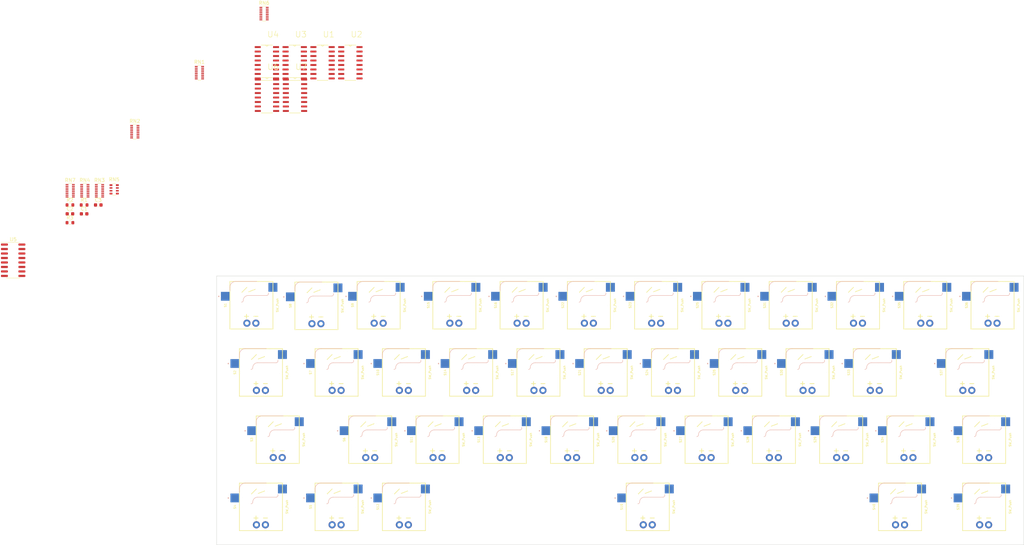
<source format=kicad_pcb>
(kicad_pcb (version 20211014) (generator pcbnew)
  (layers (0 "F.Cu" signal) (31 "B.Cu" signal) (34 "B.Paste" user) (35 "F.Paste" user) (36 "B.SilkS" user "B.Silkscreen") (37 "F.SilkS" user "F.Silkscreen") (38 "B.Mask" user) (39 "F.Mask" user) (44 "Edge.Cuts" user))
  (net 0 "")
  (net 1 "Net-(C1-Pad1)")
  (net 2 "/GND")
  (net 3 "Net-(C2-Pad1)")
  (net 4 "Net-(C3-Pad1)")
  (net 5 "Net-(J1-Pad5)")
  (net 6 "Net-(R1-Pad2)")
  (net 7 "Net-(J1-Pad6)")
  (net 8 "Net-(R2-Pad2)")
  (net 9 "/3.3V")
  (net 10 "Net-(RN1-Pad2)")
  (net 11 "Net-(RN1-Pad3)")
  (net 12 "Net-(RN1-Pad4)")
  (net 13 "Net-(RN1-Pad5)")
  (net 14 "Net-(RN1-Pad6)")
  (net 15 "Net-(RN1-Pad7)")
  (net 16 "Net-(RN1-Pad8)")
  (net 17 "Net-(RN1-Pad9)")
  (net 18 "Net-(RN2-Pad2)")
  (net 19 "Net-(RN2-Pad3)")
  (net 20 "Net-(RN2-Pad4)")
  (net 21 "Net-(RN2-Pad5)")
  (net 22 "Net-(RN2-Pad6)")
  (net 23 "Net-(RN2-Pad7)")
  (net 24 "Net-(RN2-Pad8)")
  (net 25 "Net-(RN2-Pad9)")
  (net 26 "Net-(RN3-Pad2)")
  (net 27 "Net-(RN3-Pad3)")
  (net 28 "Net-(RN3-Pad4)")
  (net 29 "Net-(RN3-Pad5)")
  (net 30 "Net-(RN3-Pad6)")
  (net 31 "Net-(RN3-Pad7)")
  (net 32 "Net-(RN3-Pad8)")
  (net 33 "Net-(RN3-Pad9)")
  (net 34 "Net-(RN4-Pad2)")
  (net 35 "Net-(RN4-Pad3)")
  (net 36 "Net-(RN4-Pad4)")
  (net 37 "Net-(RN4-Pad5)")
  (net 38 "Net-(RN4-Pad6)")
  (net 39 "Net-(RN4-Pad7)")
  (net 40 "Net-(RN4-Pad8)")
  (net 41 "Net-(RN4-Pad9)")
  (net 42 "Net-(RN5-Pad1)")
  (net 43 "Net-(RN5-Pad2)")
  (net 44 "Net-(RN5-Pad3)")
  (net 45 "Net-(RN5-Pad4)")
  (net 46 "Net-(J1-Pad1)")
  (net 47 "Net-(J1-Pad2)")
  (net 48 "Net-(J1-Pad3)")
  (net 49 "Net-(J1-Pad4)")
  (net 50 "Net-(RN6-Pad2)")
  (net 51 "Net-(RN6-Pad4)")
  (net 52 "Net-(RN6-Pad5)")
  (net 53 "Net-(RN6-Pad6)")
  (net 54 "Net-(RN6-Pad7)")
  (net 55 "Net-(RN6-Pad8)")
  (net 56 "Net-(RN6-Pad9)")
  (net 60 "Net-(RN7-Pad5)")
  (net 61 "Net-(RN7-Pad6)")
  (net 62 "Net-(RN7-Pad7)")
  (net 63 "Net-(RN7-Pad8)")
  (net 64 "Net-(RN7-Pad9)")
  (net 65 "Net-(S1-Pad1)")
  (net 66 "Net-(S10-Pad1)")
  (net 67 "Net-(S17-Pad1)")
  (net 68 "Net-(S25-Pad1)")
  (net 69 "Net-(U7-Pad13)")
  (net 70 "/SCAN_PL")
  (net 71 "/SPI_1CLK")
  (net 73 "/SPI_1MISO")
  (net 74 "Net-(U1-Pad10)")
  (net 75 "/SCAN_CE")
  (net 77 "Net-(U2-Pad10)")
  (net 79 "Net-(U3-Pad10)")
  (net 81 "/serial")
  (net 83 "Net-(U6-Pad9)")
  (footprint "EnergyVortex:CHERRY-MX-LED" (layer "F.Cu") (at 221.460993 85.726836)
    (fp_text reference "S29" (at -7.366 0 90) (layer "F.SilkS") (effects (font (size 0.6096 0.6096) (thickness 0.127))))
    (fp_text value "SW_Push" (at 7.366 0 90) (layer "F.SilkS") (effects (font (size 0.6096 0.6096) (thickness 0.127))))
    (fp_text user "-" (at 1.27 3.048) (layer "F.SilkS") (effects (font (size 1.524 1.524) (thickness 0.2286))))
    (fp_text user "+" (at -1.397 3.048) (layer "F.SilkS") (effects (font (size 1.524 1.524) (thickness 0.2286))))
    (pad "" np_thru_hole circle (at 5.08 0) (size 1.70688 1.70688) (drill 1.70688) (layers *.Cu *.Mask))
    (pad "" np_thru_hole circle (at -5.08 0) (size 1.70688 1.70688) (drill 1.70688) (layers *.Cu *.Mask))
    (pad "" np_thru_hole circle (at -3.81 -2.54 180) (size 3 3) (drill 3) (layers *.Cu *.Mask))
    (pad "" np_thru_hole circle (at 2.54 -5.08 180) (size 3 3) (drill 3) (layers *.Cu *.Mask))
    (pad "" np_thru_hole circle (at 0 0) (size 4.0894 4.0894) (drill 4.0894) (layers *.Cu *.Mask))
    (pad "1" smd rect (at -7.36 -2.54 180) (size 2.55 2.5) (layers "B.Cu" "B.Paste" "B.Mask") (net 68 "Net-(S25-Pad1)"))
    (pad "2" smd rect (at 6.09 -5.08 180) (size 2.55 2.5) (layers "B.Cu" "B.Paste" "B.Mask") (net 37 "Net-(RN4-Pad5)"))
    (pad "3" thru_hole circle (at 1.27 5.08) (size 2.032 2.032) (drill 1.08966) (layers *.Cu *.Mask))
    (pad "4" thru_hole circle (at -1.27 5.08) (size 2.032 2.032) (drill 1.08966) (layers *.Cu *.Mask))
  )
  (footprint "EnergyVortex:CHERRY-MX-LED" (layer "F.Cu") (at 261.94311 104.777244)
    (fp_text reference "S39" (at -7.366 0 90) (layer "F.SilkS") (effects (font (size 0.6096 0.6096) (thickness 0.127))))
    (fp_text value "SW_Push" (at 7.366 0 90) (layer "F.SilkS") (effects (font (size 0.6096 0.6096) (thickness 0.127))))
    (fp_text user "-" (at 1.27 3.048) (layer "F.SilkS") (effects (font (size 1.524 1.524) (thickness 0.2286))))
    (fp_text user "+" (at -1.397 3.048) (layer "F.SilkS") (effects (font (size 1.524 1.524) (thickness 0.2286))))
    (pad "" np_thru_hole circle (at 0 0) (size 4.0894 4.0894) (drill 4.0894) (layers *.Cu *.Mask))
    (pad "" np_thru_hole circle (at -5.08 0) (size 1.70688 1.70688) (drill 1.70688) (layers *.Cu *.Mask))
    (pad "" np_thru_hole circle (at -3.81 -2.54 180) (size 3 3) (drill 3) (layers *.Cu *.Mask))
    (pad "" np_thru_hole circle (at 2.54 -5.08 180) (size 3 3) (drill 3) (layers *.Cu *.Mask))
    (pad "" np_thru_hole circle (at 5.08 0) (size 1.70688 1.70688) (drill 1.70688) (layers *.Cu *.Mask))
    (pad "1" smd rect (at -7.36 -2.54 180) (size 2.55 2.5) (layers "B.Cu" "B.Paste" "B.Mask") (net 2 "/GND"))
    (pad "2" smd rect (at 6.09 -5.08 180) (size 2.55 2.5) (layers "B.Cu" "B.Paste" "B.Mask") (net 60 "Net-(RN7-Pad5)"))
    (pad "3" thru_hole circle (at 1.27 5.08) (size 2.032 2.032) (drill 1.08966) (layers *.Cu *.Mask))
    (pad "4" thru_hole circle (at -1.27 5.08) (size 2.032 2.032) (drill 1.08966) (layers *.Cu *.Mask))
  )
  (footprint "EnergyVortex:CHERRY-MX-LED" (layer "F.Cu") (at 154.784565 66.676428)
    (fp_text reference "S21" (at -7.366 0 90) (layer "F.SilkS") (effects (font (size 0.6096 0.6096) (thickness 0.127))))
    (fp_text value "SW_Push" (at 7.366 0 90) (layer "F.SilkS") (effects (font (size 0.6096 0.6096) (thickness 0.127))))
    (fp_text user "+" (at -1.397 3.048) (layer "F.SilkS") (effects (font (size 1.524 1.524) (thickness 0.2286))))
    (fp_text user "-" (at 1.27 3.048) (layer "F.SilkS") (effects (font (size 1.524 1.524) (thickness 0.2286))))
    (pad "" np_thru_hole circle (at 0 0) (size 4.0894 4.0894) (drill 4.0894) (layers *.Cu *.Mask))
    (pad "" np_thru_hole circle (at 2.54 -5.08 180) (size 3 3) (drill 3) (layers *.Cu *.Mask))
    (pad "" np_thru_hole circle (at -5.08 0) (size 1.70688 1.70688) (drill 1.70688) (layers *.Cu *.Mask))
    (pad "" np_thru_hole circle (at 5.08 0) (size 1.70688 1.70688) (drill 1.70688) (layers *.Cu *.Mask))
    (pad "" np_thru_hole circle (at -3.81 -2.54 180) (size 3 3) (drill 3) (layers *.Cu *.Mask))
    (pad "1" smd rect (at -7.36 -2.54 180) (size 2.55 2.5) (layers "B.Cu" "B.Paste" "B.Mask") (net 67 "Net-(S17-Pad1)"))
    (pad "2" smd rect (at 6.09 -5.08 180) (size 2.55 2.5) (layers "B.Cu" "B.Paste" "B.Mask") (net 29 "Net-(RN3-Pad5)"))
    (pad "3" thru_hole circle (at 1.27 5.08) (size 2.032 2.032) (drill 1.08966) (layers *.Cu *.Mask))
    (pad "4" thru_hole circle (at -1.27 5.08) (size 2.032 2.032) (drill 1.08966) (layers *.Cu *.Mask))
  )
  (footprint "EnergyVortex:CHERRY-MX-LED" (layer "F.Cu") (at 57.151224 104.777244)
    (fp_text reference "S4" (at -7.366 0 90) (layer "F.SilkS") (effects (font (size 0.6096 0.6096) (thickness 0.127))))
    (fp_text value "SW_Push" (at 7.366 0 90) (layer "F.SilkS") (effects (font (size 0.6096 0.6096) (thickness 0.127))))
    (fp_text user "+" (at -1.397 3.048) (layer "F.SilkS") (effects (font (size 1.524 1.524) (thickness 0.2286))))
    (fp_text user "-" (at 1.27 3.048) (layer "F.SilkS") (effects (font (size 1.524 1.524) (thickness 0.2286))))
    (pad "" np_thru_hole circle (at -5.08 0) (size 1.70688 1.70688) (drill 1.70688) (layers *.Cu *.Mask))
    (pad "" np_thru_hole circle (at 2.54 -5.08 180) (size 3 3) (drill 3) (layers *.Cu *.Mask))
    (pad "" np_thru_hole circle (at -3.81 -2.54 180) (size 3 3) (drill 3) (layers *.Cu *.Mask))
    (pad "" np_thru_hole circle (at 0 0) (size 4.0894 4.0894) (drill 4.0894) (layers *.Cu *.Mask))
    (pad "" np_thru_hole circle (at 5.08 0) (size 1.70688 1.70688) (drill 1.70688) (layers *.Cu *.Mask))
    (pad "1" smd rect (at -7.36 -2.54 180) (size 2.55 2.5) (layers "B.Cu" "B.Paste" "B.Mask") (net 65 "Net-(S1-Pad1)"))
    (pad "2" smd rect (at 6.09 -5.08 180) (size 2.55 2.5) (layers "B.Cu" "B.Paste" "B.Mask") (net 14 "Net-(RN1-Pad6)"))
    (pad "3" thru_hole circle (at 1.27 5.08) (size 2.032 2.032) (drill 1.08966) (layers *.Cu *.Mask))
    (pad "4" thru_hole circle (at -1.27 5.08) (size 2.032 2.032) (drill 1.08966) (layers *.Cu *.Mask))
  )
  (footprint "EnergyVortex:CHERRY-MX-LED" (layer "F.Cu") (at 192.885381 66.676428)
    (fp_text reference "S26" (at -7.366 0 90) (layer "F.SilkS") (effects (font (size 0.6096 0.6096) (thickness 0.127))))
    (fp_text value "SW_Push" (at 7.366 0 90) (layer "F.SilkS") (effects (font (size 0.6096 0.6096) (thickness 0.127))))
    (fp_text user "+" (at -1.397 3.048) (layer "F.SilkS") (effects (font (size 1.524 1.524) (thickness 0.2286))))
    (fp_text user "-" (at 1.27 3.048) (layer "F.SilkS") (effects (font (size 1.524 1.524) (thickness 0.2286))))
    (pad "" np_thru_hole circle (at 2.54 -5.08 180) (size 3 3) (drill 3) (layers *.Cu *.Mask))
    (pad "" np_thru_hole circle (at -3.81 -2.54 180) (size 3 3) (drill 3) (layers *.Cu *.Mask))
    (pad "" np_thru_hole circle (at -5.08 0) (size 1.70688 1.70688) (drill 1.70688) (layers *.Cu *.Mask))
    (pad "" np_thru_hole circle (at 0 0) (size 4.0894 4.0894) (drill 4.0894) (layers *.Cu *.Mask))
    (pad "" np_thru_hole circle (at 5.08 0) (size 1.70688 1.70688) (drill 1.70688) (layers *.Cu *.Mask))
    (pad "1" smd rect (at -7.36 -2.54 180) (size 2.55 2.5) (layers "B.Cu" "B.Paste" "B.Mask") (net 68 "Net-(S25-Pad1)"))
    (pad "2" smd rect (at 6.09 -5.08 180) (size 2.55 2.5) (layers "B.Cu" "B.Paste" "B.Mask") (net 40 "Net-(RN4-Pad8)"))
    (pad "3" thru_hole circle (at 1.27 5.08) (size 2.032 2.032) (drill 1.08966) (layers *.Cu *.Mask))
    (pad "4" thru_hole circle (at -1.27 5.08) (size 2.032 2.032) (drill 1.08966) (layers *.Cu *.Mask))
  )
  (footprint "Resistor_SMD:R_Array_Convex_8x0602" (layer "F.Cu") (at 11.44 15.181)
    (fp_text reference "RN3" (at 0 -3) (layer "F.SilkS"))
    (fp_text value "10K")
    (pad "1" smd rect (at -0.9 -1.75) (size 0.8 0.3) (layers "F.Cu" "F.Paste" "F.Mask") (net 9 "/3.3V"))
    (pad "2" smd rect (at -0.9 -1.25) (size 0.8 0.3) (layers "F.Cu" "F.Paste" "F.Mask") (net 26 "Net-(RN3-Pad2)"))
    (pad "3" smd rect (at -0.9 -0.75) (size 0.8 0.3) (layers "F.Cu" "F.Paste" "F.Mask") (net 27 "Net-(RN3-Pad3)"))
    (pad "4" smd rect (at -0.9 -0.25) (size 0.8 0.3) (layers "F.Cu" "F.Paste" "F.Mask") (net 28 "Net-(RN3-Pad4)"))
    (pad "5" smd rect (at -0.9 0.25) (size 0.8 0.3) (layers "F.Cu" "F.Paste" "F.Mask") (net 29 "Net-(RN3-Pad5)"))
    (pad "6" smd rect (at -0.9 0.75) (size 0.8 0.3) (layers "F.Cu" "F.Paste" "F.Mask") (net 30 "Net-(RN3-Pad6)"))
    (pad "7" smd rect (at -0.9 1.25) (size 0.8 0.3) (layers "F.Cu" "F.Paste" "F.Mask") (net 31 "Net-(RN3-Pad7)"))
    (pad "8" smd rect (at -0.9 1.75) (size 0.8 0.3) (layers "F.Cu" "F.Paste" "F.Mask") (net 32 "Net-(RN3-Pad8)"))
    (pad "9" smd rect (at 0.9 1.75) (size 0.8 0.3) (layers "F.Cu" "F.Paste" "F.Mask") (net 33 "Net-(RN3-Pad9)"))
    (pad "10" smd rect (at 0.9 1.25) (size 0.8 0.3) (layers "F.Cu" "F.Paste" "F.Mask"))
    (pad "11" smd rect (at 0.9 0.75) (size 0.8 0.3) (layers "F.Cu" "F.Paste" "F.Mask"))
    (pad "12" smd rect (at 0.9 0.25) (size 0.8 0.3) (layers "F.Cu" "F.Paste" "F.Mask"))
    (pad "13" smd rect (at 0.9 -0.25) (size 0.8 0.3) (layers "F.Cu" "F.Paste" "F.Mask"))
    (pad "14" smd rect (at 0.9 -0.75) (size 0.8 0.3) (layers "F.Cu" "F.Paste" "F.Mask"))
    (pad "15" smd rect (at 0.9 -1.25) (size 0.8 0.3) (layers "F.Cu" "F.Paste" "F.Mask"))
    (pad "16" smd rect (at 0.9 -1.75) (size 0.8 0.3) (layers "F.Cu" "F.Paste" "F.Mask"))
  )
  (footprint "EnergyVortex:CHERRY-MX-LED" (layer "F.Cu") (at 126.208953 85.726836)
    (fp_text reference "S13" (at -7.366 0 90) (layer "F.SilkS") (effects (font (size 0.6096 0.6096) (thickness 0.127))))
    (fp_text value "SW_Push" (at 7.366 0 90) (layer "F.SilkS") (effects (font (size 0.6096 0.6096) (thickness 0.127))))
    (fp_text user "+" (at -1.397 3.048) (layer "F.SilkS") (effects (font (size 1.524 1.524) (thickness 0.2286))))
    (fp_text user "-" (at 1.27 3.048) (layer "F.SilkS") (effects (font (size 1.524 1.524) (thickness 0.2286))))
    (pad "" np_thru_hole circle (at 2.54 -5.08 180) (size 3 3) (drill 3) (layers *.Cu *.Mask))
    (pad "" np_thru_hole circle (at -3.81 -2.54 180) (size 3 3) (drill 3) (layers *.Cu *.Mask))
    (pad "" np_thru_hole circle (at 5.08 0) (size 1.70688 1.70688) (drill 1.70688) (layers *.Cu *.Mask))
    (pad "" np_thru_hole circle (at -5.08 0) (size 1.70688 1.70688) (drill 1.70688) (layers *.Cu *.Mask))
    (pad "" np_thru_hole circle (at 0 0) (size 4.0894 4.0894) (drill 4.0894) (layers *.Cu *.Mask))
    (pad "1" smd rect (at -7.36 -2.54 180) (size 2.55 2.5) (layers "B.Cu" "B.Paste" "B.Mask") (net 66 "Net-(S10-Pad1)"))
    (pad "2" smd rect (at 6.09 -5.08 180) (size 2.55 2.5) (layers "B.Cu" "B.Paste" "B.Mask") (net 21 "Net-(RN2-Pad5)"))
    (pad "3" thru_hole circle (at 1.27 5.08) (size 2.032 2.032) (drill 1.08966) (layers *.Cu *.Mask))
    (pad "4" thru_hole circle (at -1.27 5.08) (size 2.032 2.032) (drill 1.08966) (layers *.Cu *.Mask))
  )
  (footprint "EnergyVortex:CHERRY-MX-LED" (layer "F.Cu") (at 111.921147 47.62602)
    (fp_text reference "S15" (at -7.366 0 90) (layer "F.SilkS") (effects (font (size 0.6096 0.6096) (thickness 0.127))))
    (fp_text value "SW_Push" (at 7.366 0 90) (layer "F.SilkS") (effects (font (size 0.6096 0.6096) (thickness 0.127))))
    (fp_text user "-" (at 1.27 3.048) (layer "F.SilkS") (effects (font (size 1.524 1.524) (thickness 0.2286))))
    (fp_text user "+" (at -1.397 3.048) (layer "F.SilkS") (effects (font (size 1.524 1.524) (thickness 0.2286))))
    (pad "" np_thru_hole circle (at 0 0) (size 4.0894 4.0894) (drill 4.0894) (layers *.Cu *.Mask))
    (pad "" np_thru_hole circle (at 5.08 0) (size 1.70688 1.70688) (drill 1.70688) (layers *.Cu *.Mask))
    (pad "" np_thru_hole circle (at -5.08 0) (size 1.70688 1.70688) (drill 1.70688) (layers *.Cu *.Mask))
    (pad "" np_thru_hole circle (at -3.81 -2.54 180) (size 3 3) (drill 3) (layers *.Cu *.Mask))
    (pad "" np_thru_hole circle (at 2.54 -5.08 180) (size 3 3) (drill 3) (layers *.Cu *.Mask))
    (pad "1" smd rect (at -7.36 -2.54 180) (size 2.55 2.5) (layers "B.Cu" "B.Paste" "B.Mask") (net 66 "Net-(S10-Pad1)"))
    (pad "2" smd rect (at 6.09 -5.08 180) (size 2.55 2.5) (layers "B.Cu" "B.Paste" "B.Mask") (net 19 "Net-(RN2-Pad3)"))
    (pad "3" thru_hole circle (at 1.27 5.08) (size 2.032 2.032) (drill 1.08966) (layers *.Cu *.Mask))
    (pad "4" thru_hole circle (at -1.27 5.08) (size 2.032 2.032) (drill 1.08966) (layers *.Cu *.Mask))
  )
  (footprint "EnergyVortex:CHERRY-MX-LED" (layer "F.Cu") (at 78.582933 104.777244)
    (fp_text reference "S5" (at -7.366 0 90) (layer "F.SilkS") (effects (font (size 0.6096 0.6096) (thickness 0.127))))
    (fp_text value "SW_Push" (at 7.366 0 90) (layer "F.SilkS") (effects (font (size 0.6096 0.6096) (thickness 0.127))))
    (fp_text user "+" (at -1.397 3.048) (layer "F.SilkS") (effects (font (size 1.524 1.524) (thickness 0.2286))))
    (fp_text user "-" (at 1.27 3.048) (layer "F.SilkS") (effects (font (size 1.524 1.524) (thickness 0.2286))))
    (pad "" np_thru_hole circle (at 0 0) (size 4.0894 4.0894) (drill 4.0894) (layers *.Cu *.Mask))
    (pad "" np_thru_hole circle (at -5.08 0) (size 1.70688 1.70688) (drill 1.70688) (layers *.Cu *.Mask))
    (pad "" np_thru_hole circle (at -3.81 -2.54 180) (size 3 3) (drill 3) (layers *.Cu *.Mask))
    (pad "" np_thru_hole circle (at 5.08 0) (size 1.70688 1.70688) (drill 1.70688) (layers *.Cu *.Mask))
    (pad "" np_thru_hole circle (at 2.54 -5.08 180) (size 3 3) (drill 3) (layers *.Cu *.Mask))
    (pad "1" smd rect (at -7.36 -2.54 180) (size 2.55 2.5) (layers "B.Cu" "B.Paste" "B.Mask") (net 65 "Net-(S1-Pad1)"))
    (pad "2" smd rect (at 6.09 -5.08 180) (size 2.55 2.5) (layers "B.Cu" "B.Paste" "B.Mask") (net 13 "Net-(RN1-Pad5)"))
    (pad "3" thru_hole circle (at 1.27 5.08) (size 2.032 2.032) (drill 1.08966) (layers *.Cu *.Mask))
    (pad "4" thru_hole circle (at -1.27 5.08) (size 2.032 2.032) (drill 1.08966) (layers *.Cu *.Mask))
  )
  (footprint "EnergyVortex:CHERRY-MX-LED" (layer "F.Cu") (at 169.072371 47.62602)
    (fp_text reference "S23" (at -7.366 0 90) (layer "F.SilkS") (effects (font (size 0.6096 0.6096) (thickness 0.127))))
    (fp_text value "SW_Push" (at 7.366 0 90) (layer "F.SilkS") (effects (font (size 0.6096 0.6096) (thickness 0.127))))
    (fp_text user "+" (at -1.397 3.048) (layer "F.SilkS") (effects (font (size 1.524 1.524) (thickness 0.2286))))
    (fp_text user "-" (at 1.27 3.048) (layer "F.SilkS") (effects (font (size 1.524 1.524) (thickness 0.2286))))
    (pad "" np_thru_hole circle (at -5.08 0) (size 1.70688 1.70688) (drill 1.70688) (layers *.Cu *.Mask))
    (pad "" np_thru_hole circle (at -3.81 -2.54 180) (size 3 3) (drill 3) (layers *.Cu *.Mask))
    (pad "" np_thru_hole circle (at 5.08 0) (size 1.70688 1.70688) (drill 1.70688) (layers *.Cu *.Mask))
    (pad "" np_thru_hole circle (at 0 0) (size 4.0894 4.0894) (drill 4.0894) (layers *.Cu *.Mask))
    (pad "" np_thru_hole circle (at 2.54 -5.08 180) (size 3 3) (drill 3) (layers *.Cu *.Mask))
    (pad "1" smd rect (at -7.36 -2.54 180) (size 2.55 2.5) (layers "B.Cu" "B.Paste" "B.Mask") (net 67 "Net-(S17-Pad1)"))
    (pad "2" smd rect (at 6.09 -5.08 180) (size 2.55 2.5) (layers "B.Cu" "B.Paste" "B.Mask") (net 27 "Net-(RN3-Pad3)"))
    (pad "3" thru_hole circle (at 1.27 5.08) (size 2.032 2.032) (drill 1.08966) (layers *.Cu *.Mask))
    (pad "4" thru_hole circle (at -1.27 5.08) (size 2.032 2.032) (drill 1.08966) (layers *.Cu *.Mask))
  )
  (footprint "EnergyVortex:CHERRY-MX-LED" (layer "F.Cu") (at 145.259361 85.726836)
    (fp_text reference "S18" (at -7.366 0 90) (layer "F.SilkS") (effects (font (size 0.6096 0.6096) (thickness 0.127))))
    (fp_text value "SW_Push" (at 7.366 0 90) (layer "F.SilkS") (effects (font (size 0.6096 0.6096) (thickness 0.127))))
    (fp_text user "+" (at -1.397 3.048) (layer "F.SilkS") (effects (font (size 1.524 1.524) (thickness 0.2286))))
    (fp_text user "-" (at 1.27 3.048) (layer "F.SilkS") (effects (font (size 1.524 1.524) (thickness 0.2286))))
    (pad "" np_thru_hole circle (at -3.81 -2.54 180) (size 3 3) (drill 3) (layers *.Cu *.Mask))
    (pad "" np_thru_hole circle (at -5.08 0) (size 1.70688 1.70688) (drill 1.70688) (layers *.Cu *.Mask))
    (pad "" np_thru_hole circle (at 0 0) (size 4.0894 4.0894) (drill 4.0894) (layers *.Cu *.Mask))
    (pad "" np_thru_hole circle (at 5.08 0) (size 1.70688 1.70688) (drill 1.70688) (layers *.Cu *.Mask))
    (pad "" np_thru_hole circle (at 2.54 -5.08 180) (size 3 3) (drill 3) (layers *.Cu *.Mask))
    (pad "1" smd rect (at -7.36 -2.54 180) (size 2.55 2.5) (layers "B.Cu" "B.Paste" "B.Mask") (net 67 "Net-(S17-Pad1)"))
    (pad "2" smd rect (at 6.09 -5.08 180) (size 2.55 2.5) (layers "B.Cu" "B.Paste" "B.Mask") (net 32 "Net-(RN3-Pad8)"))
    (pad "3" thru_hole circle (at 1.27 5.08) (size 2.032 2.032) (drill 1.08966) (layers *.Cu *.Mask))
    (pad "4" thru_hole circle (at -1.27 5.08) (size 2.032 2.032) (drill 1.08966) (layers *.Cu *.Mask))
  )
  (footprint "EnergyVortex:CHERRY-MX-LED" (layer "F.Cu") (at 261.94311 85.726836)
    (fp_text reference "S38" (at -7.366 0 90) (layer "F.SilkS") (effects (font (size 0.6096 0.6096) (thickness 0.127))))
    (fp_text value "SW_Push" (at 7.366 0 90) (layer "F.SilkS") (effects (font (size 0.6096 0.6096) (thickness 0.127))))
    (fp_text user "+" (at -1.397 3.048) (layer "F.SilkS") (effects (font (size 1.524 1.524) (thickness 0.2286))))
    (fp_text user "-" (at 1.27 3.048) (layer "F.SilkS") (effects (font (size 1.524 1.524) (thickness 0.2286))))
    (pad "" np_thru_hole circle (at -3.81 -2.54 180) (size 3 3) (drill 3) (layers *.Cu *.Mask))
    (pad "" np_thru_hole circle (at 0 0) (size 4.0894 4.0894) (drill 4.0894) (layers *.Cu *.Mask))
    (pad "" np_thru_hole circle (at 5.08 0) (size 1.70688 1.70688) (drill 1.70688) (layers *.Cu *.Mask))
    (pad "" np_thru_hole circle (at 2.54 -5.08 180) (size 3 3) (drill 3) (layers *.Cu *.Mask))
    (pad "" np_thru_hole circle (at -5.08 0) (size 1.70688 1.70688) (drill 1.70688) (layers *.Cu *.Mask))
    (pad "1" smd rect (at -7.36 -2.54 180) (size 2.55 2.5) (layers "B.Cu" "B.Paste" "B.Mask") (net 2 "/GND"))
    (pad "2" smd rect (at 6.09 -5.08 180) (size 2.55 2.5) (layers "B.Cu" "B.Paste" "B.Mask") (net 61 "Net-(RN7-Pad6)"))
    (pad "3" thru_hole circle (at 1.27 5.08) (size 2.032 2.032) (drill 1.08966) (layers *.Cu *.Mask))
    (pad "4" thru_hole circle (at -1.27 5.08) (size 2.032 2.032) (drill 1.08966) (layers *.Cu *.Mask))
  )
  (footprint "EnergyVortex:CHERRY-MX-LED" (layer "F.Cu") (at 183.360177 85.726836)
    (fp_text reference "S27" (at -7.366 0 90) (layer "F.SilkS") (effects (font (size 0.6096 0.6096) (thickness 0.127))))
    (fp_text value "SW_Push" (at 7.366 0 90) (layer "F.SilkS") (effects (font (size 0.6096 0.6096) (thickness 0.127))))
    (fp_text user "-" (at 1.27 3.048) (layer "F.SilkS") (effects (font (size 1.524 1.524) (thickness 0.2286))))
    (fp_text user "+" (at -1.397 3.048) (layer "F.SilkS") (effects (font (size 1.524 1.524) (thickness 0.2286))))
    (pad "" np_thru_hole circle (at -5.08 0) (size 1.70688 1.70688) (drill 1.70688) (layers *.Cu *.Mask))
    (pad "" np_thru_hole circle (at -3.81 -2.54 180) (size 3 3) (drill 3) (layers *.Cu *.Mask))
    (pad "" np_thru_hole circle (at 2.54 -5.08 180) (size 3 3) (drill 3) (layers *.Cu *.Mask))
    (pad "" np_thru_hole circle (at 0 0) (size 4.0894 4.0894) (drill 4.0894) (layers *.Cu *.Mask))
    (pad "" np_thru_hole circle (at 5.08 0) (size 1.70688 1.70688) (drill 1.70688) (layers *.Cu *.Mask))
    (pad "1" smd rect (at -7.36 -2.54 180) (size 2.55 2.5) (layers "B.Cu" "B.Paste" "B.Mask") (net 68 "Net-(S25-Pad1)"))
    (pad "2" smd rect (at 6.09 -5.08 180) (size 2.55 2.5) (layers "B.Cu" "B.Paste" "B.Mask") (net 39 "Net-(RN4-Pad7)"))
    (pad "3" thru_hole circle (at 1.27 5.08) (size 2.032 2.032) (drill 1.08966) (layers *.Cu *.Mask))
    (pad "4" thru_hole circle (at -1.27 5.08) (size 2.032 2.032) (drill 1.08966) (layers *.Cu *.Mask))
  )
  (footprint "EnergyVortex:CHERRY-MX-LED" (layer "F.Cu") (at 90.489438 47.62602)
    (fp_text reference "S9" (at -7.366 0 90) (layer "F.SilkS") (effects (font (size 0.6096 0.6096) (thickness 0.127))))
    (fp_text value "SW_Push" (at 7.366 0 90) (layer "F.SilkS") (effects (font (size 0.6096 0.6096) (thickness 0.127))))
    (fp_text user "+" (at -1.397 3.048) (layer "F.SilkS") (effects (font (size 1.524 1.524) (thickness 0.2286))))
    (fp_text user "-" (at 1.27 3.048) (layer "F.SilkS") (effects (font (size 1.524 1.524) (thickness 0.2286))))
    (pad "" np_thru_hole circle (at 5.08 0) (size 1.70688 1.70688) (drill 1.70688) (layers *.Cu *.Mask))
    (pad "" np_thru_hole circle (at -3.81 -2.54 180) (size 3 3) (drill 3) (layers *.Cu *.Mask))
    (pad "" np_thru_hole circle (at -5.08 0) (size 1.70688 1.70688) (drill 1.70688) (layers *.Cu *.Mask))
    (pad "" np_thru_hole circle (at 2.54 -5.08 180) (size 3 3) (drill 3) (layers *.Cu *.Mask))
    (pad "" np_thru_hole circle (at 0 0) (size 4.0894 4.0894) (drill 4.0894) (layers *.Cu *.Mask))
    (pad "1" smd rect (at -7.36 -2.54 180) (size 2.55 2.5) (layers "B.Cu" "B.Paste" "B.Mask") (net 66 "Net-(S10-Pad1)"))
    (pad "2" smd rect (at 6.09 -5.08 180) (size 2.55 2.5) (layers "B.Cu" "B.Paste" "B.Mask") (net 25 "Net-(RN2-Pad9)"))
    (pad "3" thru_hole circle (at 1.27 5.08) (size 2.032 2.032) (drill 1.08966) (layers *.Cu *.Mask))
    (pad "4" thru_hole circle (at -1.27 5.08) (size 2.032 2.032) (drill 1.08966) (layers *.Cu *.Mask))
  )
  (footprint "EnergyVortex:CHERRY-MX-LED" (layer "F.Cu") (at 245.274003 47.62602)
    (fp_text reference "S35" (at -7.366 0 90) (layer "F.SilkS") (effects (font (size 0.6096 0.6096) (thickness 0.127))))
    (fp_text value "SW_Push" (at 7.366 0 90) (layer "F.SilkS") (effects (font (size 0.6096 0.6096) (thickness 0.127))))
    (fp_text user "-" (at 1.27 3.048) (layer "F.SilkS") (effects (font (size 1.524 1.524) (thickness 0.2286))))
    (fp_text user "+" (at -1.397 3.048) (layer "F.SilkS") (effects (font (size 1.524 1.524) (thickness 0.2286))))
    (pad "" np_thru_hole circle (at 2.54 -5.08 180) (size 3 3) (drill 3) (layers *.Cu *.Mask))
    (pad "" np_thru_hole circle (at 0 0) (size 4.0894 4.0894) (drill 4.0894) (layers *.Cu *.Mask))
    (pad "" np_thru_hole circle (at -3.81 -2.54 180) (size 3 3) (drill 3) (layers *.Cu *.Mask))
    (pad "" np_thru_hole circle (at -5.08 0) (size 1.70688 1.70688) (drill 1.70688) (layers *.Cu *.Mask))
    (pad "" np_thru_hole circle (at 5.08 0) (size 1.70688 1.70688) (drill 1.70688) (layers *.Cu *.Mask))
    (pad "1" smd rect (at -7.36 -2.54 180) (size 2.55 2.5) (layers "B.Cu" "B.Paste" "B.Mask") (net 2 "/GND"))
    (pad "2" smd rect (at 6.09 -5.08 180) (size 2.55 2.5) (layers "B.Cu" "B.Paste" "B.Mask") (net 64 "Net-(RN7-Pad9)"))
    (pad "3" thru_hole circle (at 1.27 5.08) (size 2.032 2.032) (drill 1.08966) (layers *.Cu *.Mask))
    (pad "4" thru_hole circle (at -1.27 5.08) (size 2.032 2.032) (drill 1.08966) (layers *.Cu *.Mask))
  )
  (footprint "Capacitor_SMD:C_0603_1608Metric" (layer "F.Cu") (at 3.07 21.721)
    (fp_text reference "C2" (at 0 -1.43) (layer "F.SilkS"))
    (fp_text value "4.7nF")
    (pad "1" smd roundrect (at -0.775 0) (size 0.9 0.95) (layers "F.Cu" "F.Paste" "F.Mask") (net 3 "Net-(C2-Pad1)"))
    (pad "2" smd roundrect (at 0.775 0) (size 0.9 0.95) (layers "F.Cu" "F.Paste" "F.Mask") (net 2 "/GND"))
  )
  (footprint "EnergyVortex:CHERRY-MX-LED" (layer "F.Cu") (at 135.734157 66.676428)
    (fp_text reference "S17" (at -7.366 0 90) (layer "F.SilkS") (effects (font (size 0.6096 0.6096) (thickness 0.127))))
    (fp_text value "SW_Push" (at 7.366 0 90) (layer "F.SilkS") (effects (font (size 0.6096 0.6096) (thickness 0.127))))
    (fp_text user "+" (at -1.397 3.048) (layer "F.SilkS") (effects (font (size 1.524 1.524) (thickness 0.2286))))
    (fp_text user "-" (at 1.27 3.048) (layer "F.SilkS") (effects (font (size 1.524 1.524) (thickness 0.2286))))
    (pad "" np_thru_hole circle (at 5.08 0) (size 1.70688 1.70688) (drill 1.70688) (layers *.Cu *.Mask))
    (pad "" np_thru_hole circle (at 2.54 -5.08 180) (size 3 3) (drill 3) (layers *.Cu *.Mask))
    (pad "" np_thru_hole circle (at -5.08 0) (size 1.70688 1.70688) (drill 1.70688) (layers *.Cu *.Mask))
    (pad "" np_thru_hole circle (at -3.81 -2.54 180) (size 3 3) (drill 3) (layers *.Cu *.Mask))
    (pad "" np_thru_hole circle (at 0 0) (size 4.0894 4.0894) (drill 4.0894) (layers *.Cu *.Mask))
    (pad "1" smd rect (at -7.36 -2.54 180) (size 2.55 2.5) (layers "B.Cu" "B.Paste" "B.Mask") (net 67 "Net-(S17-Pad1)"))
    (pad "2" smd rect (at 6.09 -5.08 180) (size 2.55 2.5) (layers "B.Cu" "B.Paste" "B.Mask") (net 33 "Net-(RN3-Pad9)"))
    (pad "3" thru_hole circle (at 1.27 5.08) (size 2.032 2.032) (drill 1.08966) (layers *.Cu *.Mask))
    (pad "4" thru_hole circle (at -1.27 5.08) (size 2.032 2.032) (drill 1.08966) (layers *.Cu *.Mask))
  )
  (footprint "EnergyVortex:CHERRY-MX-LED" (layer "F.Cu") (at 97.633341 66.676428)
    (fp_text reference "S10" (at -7.366 0 90) (layer "F.SilkS") (effects (font (size 0.6096 0.6096) (thickness 0.127))))
    (fp_text value "SW_Push" (at 7.366 0 90) (layer "F.SilkS") (effects (font (size 0.6096 0.6096) (thickness 0.127))))
    (fp_text user "+" (at -1.397 3.048) (layer "F.SilkS") (effects (font (size 1.524 1.524) (thickness 0.2286))))
    (fp_text user "-" (at 1.27 3.048) (layer "F.SilkS") (effects (font (size 1.524 1.524) (thickness 0.2286))))
    (pad "" np_thru_hole circle (at -5.08 0) (size 1.70688 1.70688) (drill 1.70688) (layers *.Cu *.Mask))
    (pad "" np_thru_hole circle (at 0 0) (size 4.0894 4.0894) (drill 4.0894) (layers *.Cu *.Mask))
    (pad "" np_thru_hole circle (at 2.54 -5.08 180) (size 3 3) (drill 3) (layers *.Cu *.Mask))
    (pad "" np_thru_hole circle (at 5.08 0) (size 1.70688 1.70688) (drill 1.70688) (layers *.Cu *.Mask))
    (pad "" np_thru_hole circle (at -3.81 -2.54 180) (size 3 3) (drill 3) (layers *.Cu *.Mask))
    (pad "1" smd rect (at -7.36 -2.54 180) (size 2.55 2.5) (layers "B.Cu" "B.Paste" "B.Mask") (net 66 "Net-(S10-Pad1)"))
    (pad "2" smd rect (at 6.09 -5.08 180) (size 2.55 2.5) (layers "B.Cu" "B.Paste" "B.Mask") (net 24 "Net-(RN2-Pad8)"))
    (pad "3" thru_hole circle (at 1.27 5.08) (size 2.032 2.032) (drill 1.08966) (layers *.Cu *.Mask))
    (pad "4" thru_hole circle (at -1.27 5.08) (size 2.032 2.032) (drill 1.08966) (layers *.Cu *.Mask))
  )
  (footprint "EnergyVortex:CHERRY-MX-LED" (layer "F.Cu") (at 166.69107 104.777244)
    (fp_text reference "S19" (at -7.366 0 90) (layer "F.SilkS") (effects (font (size 0.6096 0.6096) (thickness 0.127))))
    (fp_text value "SW_Push" (at 7.366 0 90) (layer "F.SilkS") (effects (font (size 0.6096 0.6096) (thickness 0.127))))
    (fp_text user "+" (at -1.397 3.048) (layer "F.SilkS") (effects (font (size 1.524 1.524) (thickness 0.2286))))
    (fp_text user "-" (at 1.27 3.048) (layer "F.SilkS") (effects (font (size 1.524 1.524) (thickness 0.2286))))
    (pad "" np_thru_hole circle (at 2.54 -5.08 180) (size 3 3) (drill 3) (layers *.Cu *.Mask))
    (pad "" np_thru_hole circle (at -3.81 -2.54 180) (size 3 3) (drill 3) (layers *.Cu *.Mask))
    (pad "" np_thru_hole circle (at 5.08 0) (size 1.70688 1.70688) (drill 1.70688) (layers *.Cu *.Mask))
    (pad "" np_thru_hole circle (at -5.08 0) (size 1.70688 1.70688) (drill 1.70688) (layers *.Cu *.Mask))
    (pad "" np_thru_hole circle (at 0 0) (size 4.0894 4.0894) (drill 4.0894) (layers *.Cu *.Mask))
    (pad "1" smd rect (at -7.36 -2.54 180) (size 2.55 2.5) (layers "B.Cu" "B.Paste" "B.Mask") (net 67 "Net-(S17-Pad1)"))
    (pad "2" smd rect (at 6.09 -5.08 180) (size 2.55 2.5) (layers "B.Cu" "B.Paste" "B.Mask") (net 31 "Net-(RN3-Pad7)"))
    (pad "3" thru_hole circle (at 1.27 5.08) (size 2.032 2.032) (drill 1.08966) (layers *.Cu *.Mask))
    (pad "4" thru_hole circle (at -1.27 5.08) (size 2.032 2.032) (drill 1.08966) (layers *.Cu *.Mask))
  )
  (footprint "EnergyVortex:SOIC127P600X175-16N" (layer "F.Cu") (at 66.72 -21.1)
    (fp_text reference "U3" (at 1.75494 -8.0371) (layer "F.SilkS") (effects (font (size 1.642189 1.642189))))
    (fp_text value "74HC165" hide)
    (pad "1" smd rect (at -2.5908 -4.445) (size 1.7018 0.5334) (layers "F.Cu" "F.Paste" "F.Mask") (net 70 "/SCAN_PL"))
    (pad "2" smd rect (at -2.5908 -3.175) (size 1.7018 0.5334) (layers "F.Cu" "F.Paste" "F.Mask") (net 71 "/SPI_1CLK"))
    (pad "3" smd rect (at -2.5908 -1.905) (size 1.7018 0.5334) (layers "F.Cu" "F.Paste" "F.Mask") (net 30 "Net-(RN3-Pad6)"))
    (pad "4" smd rect (at -2.5908 -0.635) (size 1.7018 0.5334) (layers "F.Cu" "F.Paste" "F.Mask") (net 31 "Net-(RN3-Pad7)"))
    (pad "5" smd rect (at -2.5908 0.635) (size 1.7018 0.5334) (layers "F.Cu" "F.Paste" "F.Mask") (net 32 "Net-(RN3-Pad8)"))
    (pad "6" smd rect (at -2.5908 1.905) (size 1.7018 0.5334) (layers "F.Cu" "F.Paste" "F.Mask") (net 33 "Net-(RN3-Pad9)"))
    (pad "7" smd rect (at -2.5908 3.175) (size 1.7018 0.5334) (layers "F.Cu" "F.Paste" "F.Mask"))
    (pad "8" smd rect (at -2.5908 4.445) (size 1.7018 0.5334) (layers "F.Cu" "F.Paste" "F.Mask") (net 2 "/GND"))
    (pad "9" smd rect (at 2.5908 4.445) (size 1.7018 0.5334) (layers "F.Cu" "F.Paste" "F.Mask") (net 77 "Net-(U2-Pad10)"))
    (pad "10" smd rect (at 2.5908 3.175) (size 1.7018 0.5334) (layers "F.Cu" "F.Paste" "F.Mask") (net 79 "Net-(U3-Pad10)"))
    (pad "11" smd rect (at 2.5908 1.905) (size 1.7018 0.5334) (layers "F.Cu" "F.Paste" "F.Mask") (net 26 "Net-(RN3-Pad2)"))
    (pad "12" smd rect (at 2.5908 0.635) (size 1.7018 0.5334) (layers "F.Cu" "F.Paste" "F.Mask") (net 27 "Net-(RN3-Pad3)"))
    (pad "13" smd rect (at 2.5908 -0.635) (size 1.7018 0.5334) (layers "F.Cu" "F.Paste" "F.Mask") (net 28 "Net-(RN3-Pad4)"))
    (pad "14" smd rect (at 2.5908 -1.905) (size 1.7018 0.5334) (layers "F.Cu" "F.Paste" "F.Mask") (net 29 "Net-(RN3-Pad5)"))
    (pad "15" smd rect (at 2.5908 -3.175) (size 1.7018 0.5334) (layers "F.Cu" "F.Paste" "F.Mask") (net 75 "/SCAN_CE"))
    (pad "16" smd rect (at 2.5908 -4.445) (size 1.7018 0.5334) (layers "F.Cu" "F.Paste" "F.Mask") (net 9 "/3.3V"))
  )
  (footprint "EnergyVortex:CHERRY-MX-LED" (layer "F.Cu") (at 211.935789 66.676428)
    (fp_text reference "S30" (at -7.366 0 90) (layer "F.SilkS") (effects (font (size 0.6096 0.6096) (thickness 0.127))))
    (fp_text value "SW_Push" (at 7.366 0 90) (layer "F.SilkS") (effects (font (size 0.6096 0.6096) (thickness 0.127))))
    (fp_text user "-" (at 1.27 3.048) (layer "F.SilkS") (effects (font (size 1.524 1.524) (thickness 0.2286))))
    (fp_text user "+" (at -1.397 3.048) (layer "F.SilkS") (effects (font (size 1.524 1.524) (thickness 0.2286))))
    (pad "" np_thru_hole circle (at -5.08 0) (size 1.70688 1.70688) (drill 1.70688) (layers *.Cu *.Mask))
    (pad "" np_thru_hole circle (at 0 0) (size 4.0894 4.0894) (drill 4.0894) (layers *.Cu *.Mask))
    (pad "" np_thru_hole circle (at 2.54 -5.08 180) (size 3 3) (drill 3) (layers *.Cu *.Mask))
    (pad "" np_thru_hole circle (at 5.08 0) (size 1.70688 1.70688) (drill 1.70688) (layers *.Cu *.Mask))
    (pad "" np_thru_hole circle (at -3.81 -2.54 180) (size 3 3) (drill 3) (layers *.Cu *.Mask))
    (pad "1" smd rect (at -7.36 -2.54 180) (size 2.55 2.5) (layers "B.Cu" "B.Paste" "B.Mask") (net 68 "Net-(S25-Pad1)"))
    (pad "2" smd rect (at 6.09 -5.08 180) (size 2.55 2.5) (layers "B.Cu" "B.Paste" "B.Mask") (net 36 "Net-(RN4-Pad4)"))
    (pad "3" thru_hole circle (at 1.27 5.08) (size 2.032 2.032) (drill 1.08966) (layers *.Cu *.Mask))
    (pad "4" thru_hole circle (at -1.27 5.08) (size 2.032 2.032) (drill 1.08966) (layers *.Cu *.Mask))
  )
  (footprint "EnergyVortex:SOIC127P600X175-16N" (layer "F.Cu") (at 82.48 -21.1)
    (fp_text reference "U2" (at 1.75494 -8.0371) (layer "F.SilkS") (effects (font (size 1.642189 1.642189))))
    (fp_text value "74HC165" hide)
    (pad "1" smd rect (at -2.5908 -4.445) (size 1.7018 0.5334) (layers "F.Cu" "F.Paste" "F.Mask") (net 70 "/SCAN_PL"))
    (pad "2" smd rect (at -2.5908 -3.175) (size 1.7018 0.5334) (layers "F.Cu" "F.Paste" "F.Mask") (net 71 "/SPI_1CLK"))
    (pad "3" smd rect (at -2.5908 -1.905) (size 1.7018 0.5334) (layers "F.Cu" "F.Paste" "F.Mask") (net 22 "Net-(RN2-Pad6)"))
    (pad "4" smd rect (at -2.5908 -0.635) (size 1.7018 0.5334) (layers "F.Cu" "F.Paste" "F.Mask") (net 23 "Net-(RN2-Pad7)"))
    (pad "5" smd rect (at -2.5908 0.635) (size 1.7018 0.5334) (layers "F.Cu" "F.Paste" "F.Mask") (net 24 "Net-(RN2-Pad8)"))
    (pad "6" smd rect (at -2.5908 1.905) (size 1.7018 0.5334) (layers "F.Cu" "F.Paste" "F.Mask") (net 25 "Net-(RN2-Pad9)"))
    (pad "7" smd rect (at -2.5908 3.175) (size 1.7018 0.5334) (layers "F.Cu" "F.Paste" "F.Mask"))
    (pad "8" smd rect (at -2.5908 4.445) (size 1.7018 0.5334) (layers "F.Cu" "F.Paste" "F.Mask") (net 2 "/GND"))
    (pad "9" smd rect (at 2.5908 4.445) (size 1.7018 0.5334) (layers "F.Cu" "F.Paste" "F.Mask") (net 74 "Net-(U1-Pad10)"))
    (pad "10" smd rect (at 2.5908 3.175) (size 1.7018 0.5334) (layers "F.Cu" "F.Paste" "F.Mask") (net 77 "Net-(U2-Pad10)"))
    (pad "11" smd rect (at 2.5908 1.905) (size 1.7018 0.5334) (layers "F.Cu" "F.Paste" "F.Mask") (net 18 "Net-(RN2-Pad2)"))
    (pad "12" smd rect (at 2.5908 0.635) (size 1.7018 0.5334) (layers "F.Cu" "F.Paste" "F.Mask") (net 19 "Net-(RN2-Pad3)"))
    (pad "13" smd rect (at 2.5908 -0.635) (size 1.7018 0.5334) (layers "F.Cu" "F.Paste" "F.Mask") (net 20 "Net-(RN2-Pad4)"))
    (pad "14" smd rect (at 2.5908 -1.905) (size 1.7018 0.5334) (layers "F.Cu" "F.Paste" "F.Mask") (net 21 "Net-(RN2-Pad5)"))
    (pad "15" smd rect (at 2.5908 -3.175) (size 1.7018 0.5334) (layers "F.Cu" "F.Paste" "F.Mask") (net 75 "/SCAN_CE"))
    (pad "16" smd rect (at 2.5908 -4.445) (size 1.7018 0.5334) (layers "F.Cu" "F.Paste" "F.Mask") (net 9 "/3.3V"))
  )
  (footprint "EnergyVortex:SOIC127P600X175-16N" (layer "F.Cu") (at 58.84 -21.1)
    (fp_text reference "U4" (at 1.75494 -8.0371) (layer "F.SilkS") (effects (font (size 1.642189 1.642189))))
    (fp_text value "74HC165" hide)
    (pad "1" smd rect (at -2.5908 -4.445) (size 1.7018 0.5334) (layers "F.Cu" "F.Paste" "F.Mask") (net 70 "/SCAN_PL"))
    (pad "2" smd rect (at -2.5908 -3.175) (size 1.7018 0.5334) (layers "F.Cu" "F.Paste" "F.Mask") (net 71 "/SPI_1CLK"))
    (pad "3" smd rect (at -2.5908 -1.905) (size 1.7018 0.5334) (layers "F.Cu" "F.Paste" "F.Mask") (net 38 "Net-(RN4-Pad6)"))
    (pad "4" smd rect (at -2.5908 -0.635) (size 1.7018 0.5334) (layers "F.Cu" "F.Paste" "F.Mask") (net 39 "Net-(RN4-Pad7)"))
    (pad "5" smd rect (at -2.5908 0.635) (size 1.7018 0.5334) (layers "F.Cu" "F.Paste" "F.Mask") (net 40 "Net-(RN4-Pad8)"))
    (pad "6" smd rect (at -2.5908 1.905) (size 1.7018 0.5334) (layers "F.Cu" "F.Paste" "F.Mask") (net 41 "Net-(RN4-Pad9)"))
    (pad "7" smd rect (at -2.5908 3.175) (size 1.7018 0.5334) (layers "F.Cu" "F.Paste" "F.Mask"))
    (pad "8" smd rect (at -2.5908 4.445) (size 1.7018 0.5334) (layers "F.Cu" "F.Paste" "F.Mask") (net 2 "/GND"))
    (pad "9" smd rect (at 2.5908 4.445) (size 1.7018 0.5334) (layers "F.Cu" "F.Paste" "F.Mask") (net 79 "Net-(U3-Pad10)"))
    (pad "10" smd rect (at 2.5908 3.175) (size 1.7018 0.5334) (layers "F.Cu" "F.Paste" "F.Mask") (net 81 "/serial"))
    (pad "11" smd rect (at 2.5908 1.905) (size 1.7018 0.5334) (layers "F.Cu" "F.Paste" "F.Mask") (net 34 "Net-(RN4-Pad2)"))
    (pad "12" smd rect (at 2.5908 0.635) (size 1.7018 0.5334) (layers "F.Cu" "F.Paste" "F.Mask") (net 35 "Net-(RN4-Pad3)"))
    (pad "13" smd rect (at 2.5908 -0.635) (size 1.7018 0.5334) (layers "F.Cu" "F.Paste" "F.Mask") (net 36 "Net-(RN4-Pad4)"))
    (pad "14" smd rect (at 2.5908 -1.905) (size 1.7018 0.5334) (layers "F.Cu" "F.Paste" "F.Mask") (net 37 "Net-(RN4-Pad5)"))
    (pad "15" smd rect (at 2.5908 -3.175) (size 1.7018 0.5334) (layers "F.Cu" "F.Paste" "F.Mask") (net 75 "/SCAN_CE"))
    (pad "16" smd rect (at 2.5908 -4.445) (size 1.7018 0.5334) (layers "F.Cu" "F.Paste" "F.Mask") (net 9 "/3.3V"))
  )
  (footprint "EnergyVortex:CHERRY-MX-LED" (layer "F.Cu") (at 238.1301 104.777244)
    (fp_text reference "S40" (at -7.366 0 90) (layer "F.SilkS") (effects (font (size 0.6096 0.6096) (thickness 0.127))))
    (fp_text value "SW_Push" (at 7.366 0 90) (layer "F.SilkS") (effects (font (size 0.6096 0.6096) (thickness 0.127))))
    (fp_text user "-" (at 1.27 3.048) (layer "F.SilkS") (effects (font (size 1.524 1.524) (thickness 0.2286))))
    (fp_text user "+" (at -1.397 3.048) (layer "F.SilkS") (effects (font (size 1.524 1.524) (thickness 0.2286))))
    (pad "" np_thru_hole circle (at -3.81 -2.54 180) (size 3 3) (drill 3) (layers *.Cu *.Mask))
    (pad "" np_thru_hole circle (at 0 0) (size 4.0894 4.0894) (drill 4.0894) (layers *.Cu *.Mask))
    (pad "" np_thru_hole circle (at 5.08 0) (size 1.70688 1.70688) (drill 1.70688) (layers *.Cu *.Mask))
    (pad "" np_thru_hole circle (at 2.54 -5.08 180) (size 3 3) (drill 3) (layers *.Cu *.Mask))
    (pad "" np_thru_hole circle (at -5.08 0) (size 1.70688 1.70688) (drill 1.70688) (layers *.Cu *.Mask))
    (pad "1" smd rect (at -7.36 -2.54 180) (size 2.55 2.5) (layers "B.Cu" "B.Paste" "B.Mask") (net 2 "/GND"))
    (pad "2" smd rect (at 6.09 -5.08 180) (size 2.55 2.5) (layers "B.Cu" "B.Paste" "B.Mask") (net 69 "Net-(U7-Pad13)"))
    (pad "3" thru_hole circle (at 1.27 5.08) (size 2.032 2.032) (drill 1.08966) (layers *.Cu *.Mask))
    (pad "4" thru_hole circle (at -1.27 5.08) (size 2.032 2.032) (drill 1.08966) (layers *.Cu *.Mask))
  )
  (footprint "EnergyVortex:CHERRY-MX-LED" (layer "F.Cu") (at 164.309769 85.726836)
    (fp_text reference "S20" (at -7.366 0 90) (layer "F.SilkS") (effects (font (size 0.6096 0.6096) (thickness 0.127))))
    (fp_text value "SW_Push" (at 7.366 0 90) (layer "F.SilkS") (effects (font (size 0.6096 0.6096) (thickness 0.127))))
    (fp_text user "-" (at 1.27 3.048) (layer "F.SilkS") (effects (font (size 1.524 1.524) (thickness 0.2286))))
    (fp_text user "+" (at -1.397 3.048) (layer "F.SilkS") (effects (font (size 1.524 1.524) (thickness 0.2286))))
    (pad "" np_thru_hole circle (at 5.08 0) (size 1.70688 1.70688) (drill 1.70688) (layers *.Cu *.Mask))
    (pad "" np_thru_hole circle (at 2.54 -5.08 180) (size 3 3) (drill 3) (layers *.Cu *.Mask))
    (pad "" np_thru_hole circle (at -3.81 -2.54 180) (size 3 3) (drill 3) (layers *.Cu *.Mask))
    (pad "" np_thru_hole circle (at -5.08 0) (size 1.70688 1.70688) (drill 1.70688) (layers *.Cu *.Mask))
    (pad "" np_thru_hole circle (at 0 0) (size 4.0894 4.0894) (drill 4.0894) (layers *.Cu *.Mask))
    (pad "1" smd rect (at -7.36 -2.54 180) (size 2.55 2.5) (layers "B.Cu" "B.Paste" "B.Mask") (net 67 "Net-(S17-Pad1)"))
    (pad "2" smd rect (at 6.09 -5.08 180) (size 2.55 2.5) (layers "B.Cu" "B.Paste" "B.Mask") (net 30 "Net-(RN3-Pad6)"))
    (pad "3" thru_hole circle (at 1.27 5.08) (size 2.032 2.032) (drill 1.08966) (layers *.Cu *.Mask))
    (pad "4" thru_hole circle (at -1.27 5.08) (size 2.032 2.032) (drill 1.08966) (layers *.Cu *.Mask))
  )
  (footprint "EnergyVortex:CHERRY-MX-LED" (layer "F.Cu") (at 78.582933 66.676428)
    (fp_text reference "S7" (at -7.366 0 90) (layer "F.SilkS") (effects (font (size 0.6096 0.6096) (thickness 0.127))))
    (fp_text value "SW_Push" (at 7.366 0 90) (layer "F.SilkS") (effects (font (size 0.6096 0.6096) (thickness 0.127))))
    (fp_text user "-" (at 1.27 3.048) (layer "F.SilkS") (effects (font (size 1.524 1.524) (thickness 0.2286))))
    (fp_text user "+" (at -1.397 3.048) (layer "F.SilkS") (effects (font (size 1.524 1.524) (thickness 0.2286))))
    (pad "" np_thru_hole circle (at -5.08 0) (size 1.70688 1.70688) (drill 1.70688) (layers *.Cu *.Mask))
    (pad "" np_thru_hole circle (at -3.81 -2.54 180) (size 3 3) (drill 3) (layers *.Cu *.Mask))
    (pad "" np_thru_hole circle (at 0 0) (size 4.0894 4.0894) (drill 4.0894) (layers *.Cu *.Mask))
    (pad "" np_thru_hole circle (at 2.54 -5.08 180) (size 3 3) (drill 3) (layers *.Cu *.Mask))
    (pad "" np_thru_hole circle (at 5.08 0) (size 1.70688 1.70688) (drill 1.70688) (layers *.Cu *.Mask))
    (pad "1" smd rect (at -7.36 -2.54 180) (size 2.55 2.5) (layers "B.Cu" "B.Paste" "B.Mask") (net 65 "Net-(S1-Pad1)"))
    (pad "2" smd rect (at 6.09 -5.08 180) (size 2.55 2.5) (layers "B.Cu" "B.Paste" "B.Mask") (net 11 "Net-(RN1-Pad3)"))
    (pad "3" thru_hole circle (at 1.27 5.08) (size 2.032 2.032) (drill 1.08966) (layers *.Cu *.Mask))
    (pad "4" thru_hole circle (at -1.27 5.08) (size 2.032 2.032) (drill 1.08966) (layers *.Cu *.Mask))
  )
  (footprint "Resistor_SMD:R_Array_Convex_8x0602" (layer "F.Cu") (at 58.04 -35.039)
    (fp_text reference "RN6" (at 0 -3) (layer "F.SilkS"))
    (fp_text value "10K")
    (pad "1" smd rect (at -0.9 -1.75) (size 0.8 0.3) (layers "F.Cu" "F.Paste" "F.Mask") (net 9 "/3.3V"))
    (pad "2" smd rect (at -0.9 -1.25) (size 0.8 0.3) (layers "F.Cu" "F.Paste" "F.Mask") (net 50 "Net-(RN6-Pad2)"))
    (pad "3" smd rect (at -0.9 -0.75) (size 0.8 0.3) (layers "F.Cu" "F.Paste" "F.Mask") (net 50 "Net-(RN6-Pad2)"))
    (pad "4" smd rect (at -0.9 -0.25) (size 0.8 0.3) (layers "F.Cu" "F.Paste" "F.Mask") (net 51 "Net-(RN6-Pad4)"))
    (pad "5" smd rect (at -0.9 0.25) (size 0.8 0.3) (layers "F.Cu" "F.Paste" "F.Mask") (net 52 "Net-(RN6-Pad5)"))
    (pad "6" smd rect (at -0.9 0.75) (size 0.8 0.3) (layers "F.Cu" "F.Paste" "F.Mask") (net 53 "Net-(RN6-Pad6)"))
    (pad "7" smd rect (at -0.9 1.25) (size 0.8 0.3) (layers "F.Cu" "F.Paste" "F.Mask") (net 54 "Net-(RN6-Pad7)"))
    (pad "8" smd rect (at -0.9 1.75) (size 0.8 0.3) (layers "F.Cu" "F.Paste" "F.Mask") (net 55 "Net-(RN6-Pad8)"))
    (pad "9" smd rect (at 0.9 1.75) (size 0.8 0.3) (layers "F.Cu" "F.Paste" "F.Mask") (net 56 "Net-(RN6-Pad9)"))
    (pad "10" smd rect (at 0.9 1.25) (size 0.8 0.3) (layers "F.Cu" "F.Paste" "F.Mask"))
    (pad "11" smd rect (at 0.9 0.75) (size 0.8 0.3) (layers "F.Cu" "F.Paste" "F.Mask"))
    (pad "12" smd rect (at 0.9 0.25) (size 0.8 0.3) (layers "F.Cu" "F.Paste" "F.Mask"))
    (pad "13" smd rect (at 0.9 -0.25) (size 0.8 0.3) (layers "F.Cu" "F.Paste" "F.Mask"))
    (pad "14" smd rect (at 0.9 -0.75) (size 0.8 0.3) (layers "F.Cu" "F.Paste" "F.Mask"))
    (pad "15" smd rect (at 0.9 -1.25) (size 0.8 0.3) (layers "F.Cu" "F.Paste" "F.Mask"))
    (pad "16" smd rect (at 0.9 -1.75) (size 0.8 0.3) (layers "F.Cu" "F.Paste" "F.Mask"))
  )
  (footprint "EnergyVortex:SOIC127P600X175-16N" (layer "F.Cu") (at 58.8654 -11.878845)
    (fp_text reference "U6" (at 1.75494 -8.0371) (layer "F.SilkS") (effects (font (size 1.642189 1.642189))))
    (fp_text value "74HC165" hide)
    (pad "1" smd rect (at -2.5908 -4.445) (size 1.7018 0.5334) (layers "F.Cu" "F.Paste" "F.Mask") (net 70 "/SCAN_PL"))
    (pad "2" smd rect (at -2.5908 -3.175) (size 1.7018 0.5334) (layers "F.Cu" "F.Paste" "F.Mask") (net 71 "/SPI_1CLK"))
    (pad "3" smd rect (at -2.5908 -1.905) (size 1.7018 0.5334) (layers "F.Cu" "F.Paste" "F.Mask") (net 53 "Net-(RN6-Pad6)"))
    (pad "4" smd rect (at -2.5908 -0.635) (size 1.7018 0.5334) (layers "F.Cu" "F.Paste" "F.Mask") (net 54 "Net-(RN6-Pad7)"))
    (pad "5" smd rect (at -2.5908 0.635) (size 1.7018 0.5334) (layers "F.Cu" "F.Paste" "F.Mask") (net 55 "Net-(RN6-Pad8)"))
    (pad "6" smd rect (at -2.5908 1.905) (size 1.7018 0.5334) (layers "F.Cu" "F.Paste" "F.Mask") (net 56 "Net-(RN6-Pad9)"))
    (pad "7" smd rect (at -2.5908 3.175) (size 1.7018 0.5334) (layers "F.Cu" "F.Paste" "F.Mask"))
    (pad "8" smd rect (at -2.5908 4.445) (size 1.7018 0.5334) (layers "F.Cu" "F.Paste" "F.Mask") (net 2 "/GND"))
    (pad "9" smd rect (at 2.5908 4.445) (size 1.7018 0.5334) (layers "F.Cu" "F.Paste" "F.Mask") (net 83 "Net-(U6-Pad9)"))
    (pad "10" smd rect (at 2.5908 3.175) (size 1.7018 0.5334) (layers "F.Cu" "F.Paste" "F.Mask"))
    (pad "11" smd rect (at 2.5908 1.905) (size 1.7018 0.5334) (layers "F.Cu" "F.Paste" "F.Mask") (net 50 "Net-(RN6-Pad2)"))
    (pad "12" smd rect (at 2.5908 0.635) (size 1.7018 0.5334) (layers "F.Cu" "F.Paste" "F.Mask") (net 50 "Net-(RN6-Pad2)"))
    (pad "13" smd rect (at 2.5908 -0.635) (size 1.7018 0.5334) (layers "F.Cu" "F.Paste" "F.Mask") (net 51 "Net-(RN6-Pad4)"))
    (pad "14" smd rect (at 2.5908 -1.905) (size 1.7018 0.5334) (layers "F.Cu" "F.Paste" "F.Mask") (net 52 "Net-(RN6-Pad5)"))
    (pad "15" smd rect (at 2.5908 -3.175) (size 1.7018 0.5334) (layers "F.Cu" "F.Paste" "F.Mask") (net 75 "/SCAN_CE"))
    (pad "16" smd rect (at 2.5908 -4.445) (size 1.7018 0.5334) (layers "F.Cu" "F.Paste" "F.Mask") (net 9 "/3.3V"))
  )
  (footprint "EnergyVortex:CHERRY-MX-LED" (layer "F.Cu") (at 116.683749 66.676428)
    (fp_text reference "S14" (at -7.366 0 90) (layer "F.SilkS") (effects (font (size 0.6096 0.6096) (thickness 0.127))))
    (fp_text value "SW_Push" (at 7.366 0 90) (layer "F.SilkS") (effects (font (size 0.6096 0.6096) (thickness 0.127))))
    (fp_text user "-" (at 1.27 3.048) (layer "F.SilkS") (effects (font (size 1.524 1.524) (thickness 0.2286))))
    (fp_text user "+" (at -1.397 3.048) (layer "F.SilkS") (effects (font (size 1.524 1.524) (thickness 0.2286))))
    (pad "" np_thru_hole circle (at -5.08 0) (size 1.70688 1.70688) (drill 1.70688) (layers *.Cu *.Mask))
    (pad "" np_thru_hole circle (at 5.08 0) (size 1.70688 1.70688) (drill 1.70688) (layers *.Cu *.Mask))
    (pad "" np_thru_hole circle (at 0 0) (size 4.0894 4.0894) (drill 4.0894) (layers *.Cu *.Mask))
    (pad "" np_thru_hole circle (at -3.81 -2.54 180) (size 3 3) (drill 3) (layers *.Cu *.Mask))
    (pad "" np_thru_hole circle (at 2.54 -5.08 180) (size 3 3) (drill 3) (layers *.Cu *.Mask))
    (pad "1" smd rect (at -7.36 -2.54 180) (size 2.55 2.5) (layers "B.Cu" "B.Paste" "B.Mask") (net 66 "Net-(S10-Pad1)"))
    (pad "2" smd rect (at 6.09 -5.08 180) (size 2.55 2.5) (layers "B.Cu" "B.Paste" "B.Mask") (net 20 "Net-(RN2-Pad4)"))
    (pad "3" thru_hole circle (at 1.27 5.08) (size 2.032 2.032) (drill 1.08966) (layers *.Cu *.Mask))
    (pad "4" thru_hole circle (at -1.27 5.08) (size 2.032 2.032) (drill 1.08966) (layers *.Cu *.Mask))
  )
  (footprint "EnergyVortex:CHERRY-MX-LED" (layer "F.Cu") (at 230.986197 66.676428)
    (fp_text reference "S33" (at -7.366 0 90) (layer "F.SilkS") (effects (font (size 0.6096 0.6096) (thickness 0.127))))
    (fp_text value "SW_Push" (at 7.366 0 90) (layer "F.SilkS") (effects (font (size 0.6096 0.6096) (thickness 0.127))))
    (fp_text user "+" (at -1.397 3.048) (layer "F.SilkS") (effects (font (size 1.524 1.524) (thickness 0.2286))))
    (fp_text user "-" (at 1.27 3.048) (layer "F.SilkS") (effects (font (size 1.524 1.524) (thickness 0.2286))))
    (pad "" np_thru_hole circle (at -3.81 -2.54 180) (size 3 3) (drill 3) (layers *.Cu *.Mask))
    (pad "" np_thru_hole circle (at -5.08 0) (size 1.70688 1.70688) (drill 1.70688) (layers *.Cu *.Mask))
    (pad "" np_thru_hole circle (at 5.08 0) (size 1.70688 1.70688) (drill 1.70688) (layers *.Cu *.Mask))
    (pad "" np_thru_hole circle (at 0 0) (size 4.0894 4.0894) (drill 4.0894) (layers *.Cu *.Mask))
    (pad "" np_thru_hole circle (at 2.54 -5.08 180) (size 3 3) (drill 3) (layers *.Cu *.Mask))
    (pad "1" smd rect (at -7.36 -2.54 180) (size 2.55 2.5) (layers "B.Cu" "B.Paste" "B.Mask") (net 2 "/GND"))
    (pad "2" smd rect (at 6.09 -5.08 180) (size 2.55 2.5) (layers "B.Cu" "B.Paste" "B.Mask") (net 50 "Net-(RN6-Pad2)"))
    (pad "3" thru_hole circle (at 1.27 5.08) (size 2.032 2.032) (drill 1.08966) (layers *.Cu *.Mask))
    (pad "4" thru_hole circle (at -1.27 5.08) (size 2.032 2.032) (drill 1.08966) (layers *.Cu *.Mask))
  )
  (footprint "Resistor_SMD:R_Array_Convex_4x0603" (layer "F.Cu") (at 15.59 14.781)
    (fp_text reference "RN5" (at 0 -2.8) (layer "F.SilkS"))
    (fp_text value "R_Pack04")
    (pad "1" smd rect (at -0.9 -1.2) (size 0.8 0.5) (layers "F.Cu" "F.Paste" "F.Mask") (net 42 "Net-(RN5-Pad1)"))
    (pad "2" smd rect (at -0.9 -0.4) (size 0.8 0.4) (layers "F.Cu" "F.Paste" "F.Mask") (net 43 "Net-(RN5-Pad2)"))
    (pad "3" smd rect (at -0.9 0.4) (size 0.8 0.4) (layers "F.Cu" "F.Paste" "F.Mask") (net 44 "Net-(RN5-Pad3)"))
    (pad "4" smd rect (at -0.9 1.2) (size 0.8 0.5) (layers "F.Cu" "F.Paste" "F.Mask") (net 45 "Net-(RN5-Pad4)"))
    (pad "5" smd rect (at 0.9 1.2) (size 0.8 0.5) (layers "F.Cu" "F.Paste" "F.Mask") (net 46 "Net-(J1-Pad1)"))
    (pad "6" smd rect (at 0.9 0.4) (size 0.8 0.4) (layers "F.Cu" "F.Paste" "F.Mask") (net 47 "Net-(J1-Pad2)"))
    (pad "7" smd rect (at 0.9 -0.4) (size 0.8 0.4) (layers "F.Cu" "F.Paste" "F.Mask") (net 48 "Net-(J1-Pad3)"))
    (pad "8" smd rect (at 0.9 -1.2) (size 0.8 0.5) (layers "F.Cu" "F.Paste" "F.Mask") (net 49 "Net-(J1-Pad4)"))
  )
  (footprint "Resistor_SMD:R_Array_Convex_8x0602" (layer "F.Cu") (at 21.44 -1.559)
    (fp_text reference "RN2" (at 0 -3) (layer "F.SilkS"))
    (fp_text value "10K")
    (pad "1" smd rect (at -0.9 -1.75) (size 0.8 0.3) (layers "F.Cu" "F.Paste" "F.Mask") (net 9 "/3.3V"))
    (pad "2" smd rect (at -0.9 -1.25) (size 0.8 0.3) (layers "F.Cu" "F.Paste" "F.Mask") (net 18 "Net-(RN2-Pad2)"))
    (pad "3" smd rect (at -0.9 -0.75) (size 0.8 0.3) (layers "F.Cu" "F.Paste" "F.Mask") (net 19 "Net-(RN2-Pad3)"))
    (pad "4" smd rect (at -0.9 -0.25) (size 0.8 0.3) (layers "F.Cu" "F.Paste" "F.Mask") (net 20 "Net-(RN2-Pad4)"))
    (pad "5" smd rect (at -0.9 0.25) (size 0.8 0.3) (layers "F.Cu" "F.Paste" "F.Mask") (net 21 "Net-(RN2-Pad5)"))
    (pad "6" smd rect (at -0.9 0.75) (size 0.8 0.3) (layers "F.Cu" "F.Paste" "F.Mask") (net 22 "Net-(RN2-Pad6)"))
    (pad "7" smd rect (at -0.9 1.25) (size 0.8 0.3) (layers "F.Cu" "F.Paste" "F.Mask") (net 23 "Net-(RN2-Pad7)"))
    (pad "8" smd rect (at -0.9 1.75) (size 0.8 0.3) (layers "F.Cu" "F.Paste" "F.Mask") (net 24 "Net-(RN2-Pad8)"))
    (pad "9" smd rect (at 0.9 1.75) (size 0.8 0.3) (layers "F.Cu" "F.Paste" "F.Mask") (net 25 "Net-(RN2-Pad9)"))
    (pad "10" smd rect (at 0.9 1.25) (size 0.8 0.3) (layers "F.Cu" "F.Paste" "F.Mask"))
    (pad "11" smd rect (at 0.9 0.75) (size 0.8 0.3) (layers "F.Cu" "F.Paste" "F.Mask"))
    (pad "12" smd rect (at 0.9 0.25) (size 0.8 0.3) (layers "F.Cu" "F.Paste" "F.Mask"))
    (pad "13" smd rect (at 0.9 -0.25) (size 0.8 0.3) (layers "F.Cu" "F.Paste" "F.Mask"))
    (pad "14" smd rect (at 0.9 -0.75) (size 0.8 0.3) (layers "F.Cu" "F.Paste" "F.Mask"))
    (pad "15" smd rect (at 0.9 -1.25) (size 0.8 0.3) (layers "F.Cu" "F.Paste" "F.Mask"))
    (pad "16" smd rect (at 0.9 -1.75) (size 0.8 0.3) (layers "F.Cu" "F.Paste" "F.Mask"))
  )
  (footprint "EnergyVortex:CHERRY-MX-LED" (layer "F.Cu") (at 207.173187 47.62602)
    (fp_text reference "S31" (at -7.366 0 90) (layer "F.SilkS") (effects (font (size 0.6096 0.6096) (thickness 0.127))))
    (fp_text value "SW_Push" (at 7.366 0 90) (layer "F.SilkS") (effects (font (size 0.6096 0.6096) (thickness 0.127))))
    (fp_text user "+" (at -1.397 3.048) (layer "F.SilkS") (effects (font (size 1.524 1.524) (thickness 0.2286))))
    (fp_text user "-" (at 1.27 3.048) (layer "F.SilkS") (effects (font (size 1.524 1.524) (thickness 0.2286))))
    (pad "" np_thru_hole circle (at 5.08 0) (size 1.70688 1.70688) (drill 1.70688) (layers *.Cu *.Mask))
    (pad "" np_thru_hole circle (at -5.08 0) (size 1.70688 1.70688) (drill 1.70688) (layers *.Cu *.Mask))
    (pad "" np_thru_hole circle (at 2.54 -5.08 180) (size 3 3) (drill 3) (layers *.Cu *.Mask))
    (pad "" np_thru_hole circle (at -3.81 -2.54 180) (size 3 3) (drill 3) (layers *.Cu *.Mask))
    (pad "" np_thru_hole circle (at 0 0) (size 4.0894 4.0894) (drill 4.0894) (layers *.Cu *.Mask))
    (pad "1" smd rect (at -7.36 -2.54 180) (size 2.55 2.5) (layers "B.Cu" "B.Paste" "B.Mask") (net 68 "Net-(S25-Pad1)"))
    (pad "2" smd rect (at 6.09 -5.08 180) (size 2.55 2.5) (layers "B.Cu" "B.Paste" "B.Mask") (net 35 "Net-(RN4-Pad3)"))
    (pad "3" thru_hole circle (at 1.27 5.08) (size 2.032 2.032) (drill 1.08966) (layers *.Cu *.Mask))
    (pad "4" thru_hole circle (at -1.27 5.08) (size 2.032 2.032) (drill 1.08966) (layers *.Cu *.Mask))
  )
  (footprint "EnergyVortex:CHERRY-MX-LED" (layer "F.Cu") (at 202.410585 85.726836)
    (fp_text reference "S28" (at -7.366 0 90) (layer "F.SilkS") (effects (font (size 0.6096 0.6096) (thickness 0.127))))
    (fp_text value "SW_Push" (at 7.366 0 90) (layer "F.SilkS") (effects (font (size 0.6096 0.6096) (thickness 0.127))))
    (fp_text user "-" (at 1.27 3.048) (layer "F.SilkS") (effects (font (size 1.524 1.524) (thickness 0.2286))))
    (fp_text user "+" (at -1.397 3.048) (layer "F.SilkS") (effects (font (size 1.524 1.524) (thickness 0.2286))))
    (pad "" np_thru_hole circle (at 0 0) (size 4.0894 4.0894) (drill 4.0894) (layers *.Cu *.Mask))
    (pad "" np_thru_hole circle (at -5.08 0) (size 1.70688 1.70688) (drill 1.70688) (layers *.Cu *.Mask))
    (pad "" np_thru_hole circle (at 5.08 0) (size 1.70688 1.70688) (drill 1.70688) (layers *.Cu *.Mask))
    (pad "" np_thru_hole circle (at -3.81 -2.54 180) (size 3 3) (drill 3) (layers *.Cu *.Mask))
    (pad "" np_thru_hole circle (at 2.54 -5.08 180) (size 3 3) (drill 3) (layers *.Cu *.Mask))
    (pad "1" smd rect (at -7.36 -2.54 180) (size 2.55 2.5) (layers "B.Cu" "B.Paste" "B.Mask") (net 68 "Net-(S25-Pad1)"))
    (pad "2" smd rect (at 6.09 -5.08 180) (size 2.55 2.5) (layers "B.Cu" "B.Paste" "B.Mask") (net 38 "Net-(RN4-Pad6)"))
    (pad "3" thru_hole circle (at 1.27 5.08) (size 2.032 2.032) (drill 1.08966) (layers *.Cu *.Mask))
    (pad "4" thru_hole circle (at -1.27 5.08) (size 2.032 2.032) (drill 1.08966) (layers *.Cu *.Mask))
  )
  (footprint "EnergyVortex:CHERRY-MX-LED" (layer "F.Cu") (at 130.971555 47.62602)
    (fp_text reference "S16" (at -7.366 0 90) (layer "F.SilkS") (effects (font (size 0.6096 0.6096) (thickness 0.127))))
    (fp_text value "SW_Push" (at 7.366 0 90) (layer "F.SilkS") (effects (font (size 0.6096 0.6096) (thickness 0.127))))
    (fp_text user "-" (at 1.27 3.048) (layer "F.SilkS") (effects (font (size 1.524 1.524) (thickness 0.2286))))
    (fp_text user "+" (at -1.397 3.048) (layer "F.SilkS") (effects (font (size 1.524 1.524) (thickness 0.2286))))
    (pad "" np_thru_hole circle (at 2.54 -5.08 180) (size 3 3) (drill 3) (layers *.Cu *.Mask))
    (pad "" np_thru_hole circle (at -5.08 0) (size 1.70688 1.70688) (drill 1.70688) (layers *.Cu *.Mask))
    (pad "" np_thru_hole circle (at 5.08 0) (size 1.70688 1.70688) (drill 1.70688) (layers *.Cu *.Mask))
    (pad "" np_thru_hole circle (at -3.81 -2.54 180) (size 3 3) (drill 3) (layers *.Cu *.Mask))
    (pad "" np_thru_hole circle (at 0 0) (size 4.0894 4.0894) (drill 4.0894) (layers *.Cu *.Mask))
    (pad "1" smd rect (at -7.36 -2.54 180) (size 2.55 2.5) (layers "B.Cu" "B.Paste" "B.Mask") (net 66 "Net-(S10-Pad1)"))
    (pad "2" smd rect (at 6.09 -5.08 180) (size 2.55 2.5) (layers "B.Cu" "B.Paste" "B.Mask") (net 18 "Net-(RN2-Pad2)"))
    (pad "3" thru_hole circle (at 1.27 5.08) (size 2.032 2.032) (drill 1.08966) (layers *.Cu *.Mask))
    (pad "4" thru_hole circle (at -1.27 5.08) (size 2.032 2.032) (drill 1.08966) (layers *.Cu *.Mask))
  )
  (footprint "EnergyVortex:CHERRY-MX-LED" (layer "F.Cu") (at 72.867729 47.784719)
    (fp_text reference "S8" (at -7.366 0 90) (layer "F.SilkS") (effects (font (size 0.6096 0.6096) (thickness 0.127))))
    (fp_text value "SW_Push" (at 7.366 0 90) (layer "F.SilkS") (effects (font (size 0.6096 0.6096) (thickness 0.127))))
    (fp_text user "-" (at 1.27 3.048) (layer "F.SilkS") (effects (font (size 1.524 1.524) (thickness 0.2286))))
    (fp_text user "+" (at -1.397 3.048) (layer "F.SilkS") (effects (font (size 1.524 1.524) (thickness 0.2286))))
    (pad "" np_thru_hole circle (at 2.54 -5.08 180) (size 3 3) (drill 3) (layers *.Cu *.Mask))
    (pad "" np_thru_hole circle (at 0 0) (size 4.0894 4.0894) (drill 4.0894) (layers *.Cu *.Mask))
    (pad "" np_thru_hole circle (at -5.08 0) (size 1.70688 1.70688) (drill 1.70688) (layers *.Cu *.Mask))
    (pad "" np_thru_hole circle (at 5.08 0) (size 1.70688 1.70688) (drill 1.70688) (layers *.Cu *.Mask))
    (pad "" np_thru_hole circle (at -3.81 -2.54 180) (size 3 3) (drill 3) (layers *.Cu *.Mask))
    (pad "1" smd rect (at -7.36 -2.54 180) (size 2.55 2.5) (layers "B.Cu" "B.Paste" "B.Mask") (net 65 "Net-(S1-Pad1)"))
    (pad "2" smd rect (at 6.09 -5.08 180) (size 2.55 2.5) (layers "B.Cu" "B.Paste" "B.Mask") (net 10 "Net-(RN1-Pad2)"))
    (pad "3" thru_hole circle (at 1.27 5.08) (size 2.032 2.032) (drill 1.08966) (layers *.Cu *.Mask))
    (pad "4" thru_hole circle (at -1.27 5.08) (size 2.032 2.032) (drill 1.08966) (layers *.Cu *.Mask))
  )
  (footprint "Package_SO:SOIC-16_3.9x9.9mm_P1.27mm" (layer "F.Cu") (at -13.01 34.871)
    (fp_text reference "U5" (at 0 -5.9) (layer "F.SilkS"))
    (fp_text value "XW06A")
    (pad "1" smd roundrect (at -2.475 -4.445) (size 1.95 0.6) (layers "F.Cu" "F.Paste" "F.Mask") (net 2 "/GND"))
    (pad "2" smd roundrect (at -2.475 -3.175) (size 1.95 0.6) (layers "F.Cu" "F.Paste" "F.Mask") (net 3 "Net-(C2-Pad1)"))
    (pad "3" smd roundrect (at -2.475 -1.905) (size 1.95 0.6) (layers "F.Cu" "F.Paste" "F.Mask") (net 1 "Net-(C1-Pad1)"))
    (pad "4" smd roundrect (at -2.475 -0.635) (size 1.95 0.6) (layers "F.Cu" "F.Paste" "F.Mask") (net 45 "Net-(RN5-Pad4)"))
    (pad "5" smd roundrect (at -2.475 0.635) (size 1.95 0.6) (layers "F.Cu" "F.Paste" "F.Mask") (net 44 "Net-(RN5-Pad3)"))
    (pad "6" smd roundrect (at -2.475 1.905) (size 1.95 0.6) (layers "F.Cu" "F.Paste" "F.Mask") (net 43 "Net-(RN5-Pad2)"))
    (pad "7" smd roundrect (at -2.475 3.175) (size 1.95 0.6) (layers "F.Cu" "F.Paste" "F.Mask") (net 42 "Net-(RN5-Pad1)"))
    (pad "8" smd roundrect (at -2.475 4.445) (size 1.95 0.6) (layers "F.Cu" "F.Paste" "F.Mask") (net 6 "Net-(R1-Pad2)"))
    (pad "9" smd roundrect (at 2.475 4.445) (size 1.95 0.6) (layers "F.Cu" "F.Paste" "F.Mask") (net 8 "Net-(R2-Pad2)"))
    (pad "10" smd roundrect (at 2.475 3.175) (size 1.95 0.6) (layers "F.Cu" "F.Paste" "F.Mask") (net 51 "Net-(RN6-Pad4)"))
    (pad "11" smd roundrect (at 2.475 1.905) (size 1.95 0.6) (layers "F.Cu" "F.Paste" "F.Mask") (net 52 "Net-(RN6-Pad5)"))
    (pad "12" smd roundrect (at 2.475 0.635) (size 1.95 0.6) (layers "F.Cu" "F.Paste" "F.Mask") (net 53 "Net-(RN6-Pad6)"))
    (pad "13" smd roundrect (at 2.475 -0.635) (size 1.95 0.6) (layers "F.Cu" "F.Paste" "F.Mask") (net 54 "Net-(RN6-Pad7)"))
    (pad "14" smd roundrect (at 2.475 -1.905) (size 1.95 0.6) (layers "F.Cu" "F.Paste" "F.Mask") (net 55 "Net-(RN6-Pad8)"))
    (pad "15" smd roundrect (at 2.475 -3.175) (size 1.95 0.6) (layers "F.Cu" "F.Paste" "F.Mask") (net 56 "Net-(RN6-Pad9)"))
    (pad "16" smd roundrect (at 2.475 -4.445) (size 1.95 0.6) (layers "F.Cu" "F.Paste" "F.Mask") (net 4 "Net-(C3-Pad1)"))
  )
  (footprint "Capacitor_SMD:C_0603_1608Metric" (layer "F.Cu") (at 7.08 21.721)
    (fp_text reference "C1" (at 0 -1.43) (layer "F.SilkS"))
    (fp_text value "C")
    (pad "1" smd roundrect (at -0.775 0) (size 0.9 0.95) (layers "F.Cu" "F.Paste" "F.Mask") (net 1 "Net-(C1-Pad1)"))
    (pad "2" smd roundrect (at 0.775 0) (size 0.9 0.95) (layers "F.Cu" "F.Paste" "F.Mask") (net 2 "/GND"))
  )
  (footprint "EnergyVortex:SOIC127P600X175-16N" (layer "F.Cu") (at 66.7954 -11.878845)
    (fp_text reference "U7" (at 1.75494 -8.0371) (layer "F.SilkS") (effects (font (size 1.642189 1.642189))))
    (fp_text value "74HC165" hide)
    (pad "1" smd rect (at -2.5908 -4.445) (size 1.7018 0.5334) (layers "F.Cu" "F.Paste" "F.Mask") (net 70 "/SCAN_PL"))
    (pad "2" smd rect (at -2.5908 -3.175) (size 1.7018 0.5334) (layers "F.Cu" "F.Paste" "F.Mask") (net 71 "/SPI_1CLK"))
    (pad "3" smd rect (at -2.5908 -1.905) (size 1.7018 0.5334) (layers "F.Cu" "F.Paste" "F.Mask") (net 61 "Net-(RN7-Pad6)"))
    (pad "4" smd rect (at -2.5908 -0.635) (size 1.7018 0.5334) (layers "F.Cu" "F.Paste" "F.Mask") (net 62 "Net-(RN7-Pad7)"))
    (pad "5" smd rect (at -2.5908 0.635) (size 1.7018 0.5334) (layers "F.Cu" "F.Paste" "F.Mask") (net 63 "Net-(RN7-Pad8)"))
    (pad "6" smd rect (at -2.5908 1.905) (size 1.7018 0.5334) (layers "F.Cu" "F.Paste" "F.Mask") (net 64 "Net-(RN7-Pad9)"))
    (pad "7" smd rect (at -2.5908 3.175) (size 1.7018 0.5334) (layers "F.Cu" "F.Paste" "F.Mask"))
    (pad "8" smd rect (at -2.5908 4.445) (size 1.7018 0.5334) (layers "F.Cu" "F.Paste" "F.Mask") (net 2 "/GND"))
    (pad "9" smd rect (at 2.5908 4.445) (size 1.7018 0.5334) (layers "F.Cu" "F.Paste" "F.Mask") (net 81 "/serial"))
    (pad "10" smd rect (at 2.5908 3.175) (size 1.7018 0.5334) (layers "F.Cu" "F.Paste" "F.Mask") (net 83 "Net-(U6-Pad9)"))
    (pad "11" smd rect (at 2.5908 1.905) (size 1.7018 0.5334) (layers "F.Cu" "F.Paste" "F.Mask"))
    (pad "12" smd rect (at 2.5908 0.635) (size 1.7018 0.5334) (layers "F.Cu" "F.Paste" "F.Mask"))
    (pad "13" smd rect (at 2.5908 -0.635) (size 1.7018 0.5334) (layers "F.Cu" "F.Paste" "F.Mask") (net 69 "Net-(U7-Pad13)"))
    (pad "14" smd rect (at 2.5908 -1.905) (size 1.7018 0.5334) (layers "F.Cu" "F.Paste" "F.Mask") (net 60 "Net-(RN7-Pad5)"))
    (pad "15" smd rect (at 2.5908 -3.175) (size 1.7018 0.5334) (layers "F.Cu" "F.Paste" "F.Mask") (net 75 "/SCAN_CE"))
    (pad "16" smd rect (at 2.5908 -4.445) (size 1.7018 0.5334) (layers "F.Cu" "F.Paste" "F.Mask") (net 9 "/3.3V"))
  )
  (footprint "EnergyVortex:CHERRY-MX-LED" (layer "F.Cu") (at 188.122779 47.62602)
    (fp_text reference "S25" (at -7.366 0 90) (layer "F.SilkS") (effects (font (size 0.6096 0.6096) (thickness 0.127))))
    (fp_text value "SW_Push" (at 7.366 0 90) (layer "F.SilkS") (effects (font (size 0.6096 0.6096) (thickness 0.127))))
    (fp_text user "+" (at -1.397 3.048) (layer "F.SilkS") (effects (font (size 1.524 1.524) (thickness 0.2286))))
    (fp_text user "-" (at 1.27 3.048) (layer "F.SilkS") (effects (font (size 1.524 1.524) (thickness 0.2286))))
    (pad "" np_thru_hole circle (at 2.54 -5.08 180) (size 3 3) (drill 3) (layers *.Cu *.Mask))
    (pad "" np_thru_hole circle (at -3.81 -2.54 180) (size 3 3) (drill 3) (layers *.Cu *.Mask))
    (pad "" np_thru_hole circle (at 5.08 0) (size 1.70688 1.70688) (drill 1.70688) (layers *.Cu *.Mask))
    (pad "" np_thru_hole circle (at 0 0) (size 4.0894 4.0894) (drill 4.0894) (layers *.Cu *.Mask))
    (pad "" np_thru_hole circle (at -5.08 0) (size 1.70688 1.70688) (drill 1.70688) (layers *.Cu *.Mask))
    (pad "1" smd rect (at -7.36 -2.54 180) (size 2.55 2.5) (layers "B.Cu" "B.Paste" "B.Mask") (net 68 "Net-(S25-Pad1)"))
    (pad "2" smd rect (at 6.09 -5.08 180) (size 2.55 2.5) (layers "B.Cu" "B.Paste" "B.Mask") (net 41 "Net-(RN4-Pad9)"))
    (pad "3" thru_hole circle (at 1.27 5.08) (size 2.032 2.032) (drill 1.08966) (layers *.Cu *.Mask))
    (pad "4" thru_hole circle (at -1.27 5.08) (size 2.032 2.032) (drill 1.08966) (layers *.Cu *.Mask))
  )
  (footprint "Resistor_SMD:R_Array_Convex_8x0602" (layer "F.Cu") (at 3.14 15.181)
    (fp_text reference "RN7" (at 0 -3) (layer "F.SilkS"))
    (fp_text value "10K")
    (pad "1" smd rect (at -0.9 -1.75) (size 0.8 0.3) (layers "F.Cu" "F.Paste" "F.Mask") (net 9 "/3.3V"))
    (pad "2" smd rect (at -0.9 -1.25) (size 0.8 0.3) (layers "F.Cu" "F.Paste" "F.Mask"))
    (pad "3" smd rect (at -0.9 -0.75) (size 0.8 0.3) (layers "F.Cu" "F.Paste" "F.Mask"))
    (pad "4" smd rect (at -0.9 -0.25) (size 0.8 0.3) (layers "F.Cu" "F.Paste" "F.Mask"))
    (pad "5" smd rect (at -0.9 0.25) (size 0.8 0.3) (layers "F.Cu" "F.Paste" "F.Mask") (net 60 "Net-(RN7-Pad5)"))
    (pad "6" smd rect (at -0.9 0.75) (size 0.8 0.3) (layers "F.Cu" "F.Paste" "F.Mask") (net 61 "Net-(RN7-Pad6)"))
    (pad "7" smd rect (at -0.9 1.25) (size 0.8 0.3) (layers "F.Cu" "F.Paste" "F.Mask") (net 62 "Net-(RN7-Pad7)"))
    (pad "8" smd rect (at -0.9 1.75) (size 0.8 0.3) (layers "F.Cu" "F.Paste" "F.Mask") (net 63 "Net-(RN7-Pad8)"))
    (pad "9" smd rect (at 0.9 1.75) (size 0.8 0.3) (layers "F.Cu" "F.Paste" "F.Mask") (net 64 "Net-(RN7-Pad9)"))
    (pad "10" smd rect (at 0.9 1.25) (size 0.8 0.3) (layers "F.Cu" "F.Paste" "F.Mask"))
    (pad "11" smd rect (at 0.9 0.75) (size 0.8 0.3) (layers "F.Cu" "F.Paste" "F.Mask"))
    (pad "12" smd rect (at 0.9 0.25) (size 0.8 0.3) (layers "F.Cu" "F.Paste" "F.Mask"))
    (pad "13" smd rect (at 0.9 -0.25) (size 0.8 0.3) (layers "F.Cu" "F.Paste" "F.Mask"))
    (pad "14" smd rect (at 0.9 -0.75) (size 0.8 0.3) (layers "F.Cu" "F.Paste" "F.Mask"))
    (pad "15" smd rect (at 0.9 -1.25) (size 0.8 0.3) (layers "F.Cu" "F.Paste" "F.Mask"))
    (pad "16" smd rect (at 0.9 -1.75) (size 0.8 0.3) (layers "F.Cu" "F.Paste" "F.Mask"))
  )
  (footprint "EnergyVortex:CHERRY-MX-LED" (layer "F.Cu") (at 257.180508 66.676428)
    (fp_text reference "S37" (at -7.366 0 90) (layer "F.SilkS") (effects (font (size 0.6096 0.6096) (thickness 0.127))))
    (fp_text value "SW_Push" (at 7.366 0 90) (layer "F.SilkS") (effects (font (size 0.6096 0.6096) (thickness 0.127))))
    (fp_text user "+" (at -1.397 3.048) (layer "F.SilkS") (effects (font (size 1.524 1.524) (thickness 0.2286))))
    (fp_text user "-" (at 1.27 3.048) (layer "F.SilkS") (effects (font (size 1.524 1.524) (thickness 0.2286))))
    (pad "" np_thru_hole circle (at 5.08 0) (size 1.70688 1.70688) (drill 1.70688) (layers *.Cu *.Mask))
    (pad "" np_thru_hole circle (at -5.08 0) (size 1.70688 1.70688) (drill 1.70688) (layers *.Cu *.Mask))
    (pad "" np_thru_hole circle (at 0 0) (size 4.0894 4.0894) (drill 4.0894) (layers *.Cu *.Mask))
    (pad "" np_thru_hole circle (at -3.81 -2.54 180) (size 3 3) (drill 3) (layers *.Cu *.Mask))
    (pad "" np_thru_hole circle (at 2.54 -5.08 180) (size 3 3) (drill 3) (layers *.Cu *.Mask))
    (pad "1" smd rect (at -7.36 -2.54 180) (size 2.55 2.5) (layers "B.Cu" "B.Paste" "B.Mask") (net 2 "/GND"))
    (pad "2" smd rect (at 6.09 -5.08 180) (size 2.55 2.5) (layers "B.Cu" "B.Paste" "B.Mask") (net 62 "Net-(RN7-Pad7)"))
    (pad "3" thru_hole circle (at 1.27 5.08) (size 2.032 2.032) (drill 1.08966) (layers *.Cu *.Mask))
    (pad "4" thru_hole circle (at -1.27 5.08) (size 2.032 2.032) (drill 1.08966) (layers *.Cu *.Mask))
  )
  (footprint "Resistor_SMD:R_0603_1608Metric" (layer "F.Cu") (at 3.07 24.231)
    (fp_text reference "R3" (at 0 -1.43) (layer "F.SilkS"))
    (fp_text value "20")
    (pad "1" smd roundrect (at -0.825 0) (size 0.8 0.95) (layers "F.Cu" "F.Paste" "F.Mask") (net 4 "Net-(C3-Pad1)"))
    (pad "2" smd roundrect (at 0.825 0) (size 0.8 0.95) (layers "F.Cu" "F.Paste" "F.Mask") (net 9 "/3.3V"))
  )
  (footprint "Resistor_SMD:R_Array_Convex_8x0602" (layer "F.Cu") (at 7.29 15.181)
    (fp_text reference "RN4" (at 0 -3) (layer "F.SilkS"))
    (fp_text value "10K")
    (pad "1" smd rect (at -0.9 -1.75) (size 0.8 0.3) (layers "F.Cu" "F.Paste" "F.Mask") (net 9 "/3.3V"))
    (pad "2" smd rect (at -0.9 -1.25) (size 0.8 0.3) (layers "F.Cu" "F.Paste" "F.Mask") (net 34 "Net-(RN4-Pad2)"))
    (pad "3" smd rect (at -0.9 -0.75) (size 0.8 0.3) (layers "F.Cu" "F.Paste" "F.Mask") (net 35 "Net-(RN4-Pad3)"))
    (pad "4" smd rect (at -0.9 -0.25) (size 0.8 0.3) (layers "F.Cu" "F.Paste" "F.Mask") (net 36 "Net-(RN4-Pad4)"))
    (pad "5" smd rect (at -0.9 0.25) (size 0.8 0.3) (layers "F.Cu" "F.Paste" "F.Mask") (net 37 "Net-(RN4-Pad5)"))
    (pad "6" smd rect (at -0.9 0.75) (size 0.8 0.3) (layers "F.Cu" "F.Paste" "F.Mask") (net 38 "Net-(RN4-Pad6)"))
    (pad "7" smd rect (at -0.9 1.25) (size 0.8 0.3) (layers "F.Cu" "F.Paste" "F.Mask") (net 39 "Net-(RN4-Pad7)"))
    (pad "8" smd rect (at -0.9 1.75) (size 0.8 0.3) (layers "F.Cu" "F.Paste" "F.Mask") (net 40 "Net-(RN4-Pad8)"))
    (pad "9" smd rect (at 0.9 1.75) (size 0.8 0.3) (layers "F.Cu" "F.Paste" "F.Mask") (net 41 "Net-(RN4-Pad9)"))
    (pad "10" smd rect (at 0.9 1.25) (size 0.8 0.3) (layers "F.Cu" "F.Paste" "F.Mask"))
    (pad "11" smd rect (at 0.9 0.75) (size 0.8 0.3) (layers "F.Cu" "F.Paste" "F.Mask"))
    (pad "12" smd rect (at 0.9 0.25) (size 0.8 0.3) (layers "F.Cu" "F.Paste" "F.Mask"))
    (pad "13" smd rect (at 0.9 -0.25) (size 0.8 0.3) (layers "F.Cu" "F.Paste" "F.Mask"))
    (pad "14" smd rect (at 0.9 -0.75) (size 0.8 0.3) (layers "F.Cu" "F.Paste" "F.Mask"))
    (pad "15" smd rect (at 0.9 -1.25) (size 0.8 0.3) (layers "F.Cu" "F.Paste" "F.Mask"))
    (pad "16" smd rect (at 0.9 -1.75) (size 0.8 0.3) (layers "F.Cu" "F.Paste" "F.Mask"))
  )
  (footprint "EnergyVortex:CHERRY-MX-LED" (layer "F.Cu") (at 61.913826 85.726836)
    (fp_text reference "S3" (at -7.366 0 90) (layer "F.SilkS") (effects (font (size 0.6096 0.6096) (thickness 0.127))))
    (fp_text value "SW_Push" (at 7.366 0 90) (layer "F.SilkS") (effects (font (size 0.6096 0.6096) (thickness 0.127))))
    (fp_text user "-" (at 1.27 3.048) (layer "F.SilkS") (effects (font (size 1.524 1.524) (thickness 0.2286))))
    (fp_text user "+" (at -1.397 3.048) (layer "F.SilkS") (effects (font (size 1.524 1.524) (thickness 0.2286))))
    (pad "" np_thru_hole circle (at 2.54 -5.08 180) (size 3 3) (drill 3) (layers *.Cu *.Mask))
    (pad "" np_thru_hole circle (at -5.08 0) (size 1.70688 1.70688) (drill 1.70688) (layers *.Cu *.Mask))
    (pad "" np_thru_hole circle (at -3.81 -2.54 180) (size 3 3) (drill 3) (layers *.Cu *.Mask))
    (pad "" np_thru_hole circle (at 0 0) (size 4.0894 4.0894) (drill 4.0894) (layers *.Cu *.Mask))
    (pad "" np_thru_hole circle (at 5.08 0) (size 1.70688 1.70688) (drill 1.70688) (layers *.Cu *.Mask))
    (pad "1" smd rect (at -7.36 -2.54 180) (size 2.55 2.5) (layers "B.Cu" "B.Paste" "B.Mask") (net 65 "Net-(S1-Pad1)"))
    (pad "2" smd rect (at 6.09 -5.08 180) (size 2.55 2.5) (layers "B.Cu" "B.Paste" "B.Mask") (net 15 "Net-(RN1-Pad7)"))
    (pad "3" thru_hole circle (at 1.27 5.08) (size 2.032 2.032) (drill 1.08966) (layers *.Cu *.Mask))
    (pad "4" thru_hole circle (at -1.27 5.08) (size 2.032 2.032) (drill 1.08966) (layers *.Cu *.Mask))
  )
  (footprint "EnergyVortex:CHERRY-MX-LED" (layer "F.Cu") (at 54.452525 47.62602)
    (fp_text reference "S1" (at -7.366 0 90) (layer "F.SilkS") (effects (font (size 0.6096 0.6096) (thickness 0.127))))
    (fp_text value "SW_Push" (at 7.366 0 90) (layer "F.SilkS") (effects (font (size 0.6096 0.6096) (thickness 0.127))))
    (fp_text user "-" (at 1.27 3.048) (layer "F.SilkS") (effects (font (size 1.524 1.524) (thickness 0.2286))))
    (fp_text user "+" (at -1.397 3.048) (layer "F.SilkS") (effects (font (size 1.524 1.524) (thickness 0.2286))))
    (pad "" np_thru_hole circle (at -5.08 0) (size 1.70688 1.70688) (drill 1.70688) (layers *.Cu *.Mask))
    (pad "" np_thru_hole circle (at 2.54 -5.08 180) (size 3 3) (drill 3) (layers *.Cu *.Mask))
    (pad "" np_thru_hole circle (at -3.81 -2.54 180) (size 3 3) (drill 3) (layers *.Cu *.Mask))
    (pad "" np_thru_hole circle (at 0 0) (size 4.0894 4.0894) (drill 4.0894) (layers *.Cu *.Mask))
    (pad "" np_thru_hole circle (at 5.08 0) (size 1.70688 1.70688) (drill 1.70688) (layers *.Cu *.Mask))
    (pad "1" smd rect (at -7.36 -2.54 180) (size 2.55 2.5) (layers "B.Cu" "B.Paste" "B.Mask") (net 65 "Net-(S1-Pad1)"))
    (pad "2" smd rect (at 6.09 -5.08 180) (size 2.55 2.5) (layers "B.Cu" "B.Paste" "B.Mask") (net 17 "Net-(RN1-Pad9)"))
    (pad "3" thru_hole circle (at 1.27 5.08) (size 2.032 2.032) (drill 1.08966) (layers *.Cu *.Mask))
    (pad "4" thru_hole circle (at -1.27 5.08) (size 2.032 2.032) (drill 1.08966) (layers *.Cu *.Mask))
  )
  (footprint "EnergyVortex:CHERRY-MX-LED" (layer "F.Cu") (at 57.151224 66.676428)
    (fp_text reference "S2" (at -7.366 0 90) (layer "F.SilkS") (effects (font (size 0.6096 0.6096) (thickness 0.127))))
    (fp_text value "SW_Push" (at 7.366 0 90) (layer "F.SilkS") (effects (font (size 0.6096 0.6096) (thickness 0.127))))
    (fp_text user "+" (at -1.397 3.048) (layer "F.SilkS") (effects (font (size 1.524 1.524) (thickness 0.2286))))
    (fp_text user "-" (at 1.27 3.048) (layer "F.SilkS") (effects (font (size 1.524 1.524) (thickness 0.2286))))
    (pad "" np_thru_hole circle (at 5.08 0) (size 1.70688 1.70688) (drill 1.70688) (layers *.Cu *.Mask))
    (pad "" np_thru_hole circle (at -3.81 -2.54 180) (size 3 3) (drill 3) (layers *.Cu *.Mask))
    (pad "" np_thru_hole circle (at 2.54 -5.08 180) (size 3 3) (drill 3) (layers *.Cu *.Mask))
    (pad "" np_thru_hole circle (at -5.08 0) (size 1.70688 1.70688) (drill 1.70688) (layers *.Cu *.Mask))
    (pad "" np_thru_hole circle (at 0 0) (size 4.0894 4.0894) (drill 4.0894) (layers *.Cu *.Mask))
    (pad "1" smd rect (at -7.36 -2.54 180) (size 2.55 2.5) (layers "B.Cu" "B.Paste" "B.Mask") (net 65 "Net-(S1-Pad1)"))
    (pad "2" smd rect (at 6.09 -5.08 180) (size 2.55 2.5) (layers "B.Cu" "B.Paste" "B.Mask") (net 16 "Net-(RN1-Pad8)"))
    (pad "3" thru_hole circle (at 1.27 5.08) (size 2.032 2.032) (drill 1.08966) (layers *.Cu *.Mask))
    (pad "4" thru_hole circle (at -1.27 5.08) (size 2.032 2.032) (drill 1.08966) (layers *.Cu *.Mask))
  )
  (footprint "Resistor_SMD:R_0603_1608Metric" (layer "F.Cu") (at 7.08 19.211)
    (fp_text reference "R1" (at 0 -1.43) (layer "F.SilkS"))
    (fp_text value "1K")
    (pad "1" smd roundrect (at -0.825 0) (size 0.8 0.95) (layers "F.Cu" "F.Paste" "F.Mask") (net 5 "Net-(J1-Pad5)"))
    (pad "2" smd roundrect (at 0.825 0) (size 0.8 0.95) (layers "F.Cu" "F.Paste" "F.Mask") (net 6 "Net-(R1-Pad2)"))
  )
  (footprint "EnergyVortex:CHERRY-MX-LED" (layer "F.Cu") (at 173.834973 66.676428)
    (fp_text reference "S24" (at -7.366 0 90) (layer "F.SilkS") (effects (font (size 0.6096 0.6096) (thickness 0.127))))
    (fp_text value "SW_Push" (at 7.366 0 90) (layer "F.SilkS") (effects (font (size 0.6096 0.6096) (thickness 0.127))))
    (fp_text user "-" (at 1.27 3.048) (layer "F.SilkS") (effects (font (size 1.524 1.524) (thickness 0.2286))))
    (fp_text user "+" (at -1.397 3.048) (layer "F.SilkS") (effects (font (size 1.524 1.524) (thickness 0.2286))))
    (pad "" np_thru_hole circle (at -5.08 0) (size 1.70688 1.70688) (drill 1.70688) (layers *.Cu *.Mask))
    (pad "" np_thru_hole circle (at 5.08 0) (size 1.70688 1.70688) (drill 1.70688) (layers *.Cu *.Mask))
    (pad "" np_thru_hole circle (at 2.54 -5.08 180) (size 3 3) (drill 3) (layers *.Cu *.Mask))
    (pad "" np_thru_hole circle (at -3.81 -2.54 180) (size 3 3) (drill 3) (layers *.Cu *.Mask))
    (pad "" np_thru_hole circle (at 0 0) (size 4.0894 4.0894) (drill 4.0894) (layers *.Cu *.Mask))
    (pad "1" smd rect (at -7.36 -2.54 180) (size 2.55 2.5) (layers "B.Cu" "B.Paste" "B.Mask") (net 67 "Net-(S17-Pad1)"))
    (pad "2" smd rect (at 6.09 -5.08 180) (size 2.55 2.5) (layers "B.Cu" "B.Paste" "B.Mask") (net 26 "Net-(RN3-Pad2)"))
    (pad "3" thru_hole circle (at 1.27 5.08) (size 2.032 2.032) (drill 1.08966) (layers *.Cu *.Mask))
    (pad "4" thru_hole circle (at -1.27 5.08) (size 2.032 2.032) (drill 1.08966) (layers *.Cu *.Mask))
  )
  (footprint "EnergyVortex:CHERRY-MX-LED" (layer "F.Cu") (at 97.633341 104.777244)
    (fp_text reference "S12" (at -7.366 0 90) (layer "F.SilkS") (effects (font (size 0.6096 0.6096) (thickness 0.127))))
    (fp_text value "SW_Push" (at 7.366 0 90) (layer "F.SilkS") (effects (font (size 0.6096 0.6096) (thickness 0.127))))
    (fp_text user "+" (at -1.397 3.048) (layer "F.SilkS") (effects (font (size 1.524 1.524) (thickness 0.2286))))
    (fp_text user "-" (at 1.27 3.048) (layer "F.SilkS") (effects (font (size 1.524 1.524) (thickness 0.2286))))
    (pad "" np_thru_hole circle (at -5.08 0) (size 1.70688 1.70688) (drill 1.70688) (layers *.Cu *.Mask))
    (pad "" np_thru_hole circle (at 5.08 0) (size 1.70688 1.70688) (drill 1.70688) (layers *.Cu *.Mask))
    (pad "" np_thru_hole circle (at -3.81 -2.54 180) (size 3 3) (drill 3) (layers *.Cu *.Mask))
    (pad "" np_thru_hole circle (at 2.54 -5.08 180) (size 3 3) (drill 3) (layers *.Cu *.Mask))
    (pad "" np_thru_hole circle (at 0 0) (size 4.0894 4.0894) (drill 4.0894) (layers *.Cu *.Mask))
    (pad "1" smd rect (at -7.36 -2.54 180) (size 2.55 2.5) (layers "B.Cu" "B.Paste" "B.Mask") (net 66 "Net-(S10-Pad1)"))
    (pad "2" smd rect (at 6.09 -5.08 180) (size 2.55 2.5) (layers "B.Cu" "B.Paste" "B.Mask") (net 22 "Net-(RN2-Pad6)"))
    (pad "3" thru_hole circle (at 1.27 5.08) (size 2.032 2.032) (drill 1.08966) (layers *.Cu *.Mask))
    (pad "4" thru_hole circle (at -1.27 5.08) (size 2.032 2.032) (drill 1.08966) (layers *.Cu *.Mask))
  )
  (footprint "EnergyVortex:CHERRY-MX-LED" (layer "F.Cu") (at 226.223595 47.62602)
    (fp_text reference "S32" (at -7.366 0 90) (layer "F.SilkS") (effects (font (size 0.6096 0.6096) (thickness 0.127))))
    (fp_text value "SW_Push" (at 7.366 0 90) (layer "F.SilkS") (effects (font (size 0.6096 0.6096) (thickness 0.127))))
    (fp_text user "-" (at 1.27 3.048) (layer "F.SilkS") (effects (font (size 1.524 1.524) (thickness 0.2286))))
    (fp_text user "+" (at -1.397 3.048) (layer "F.SilkS") (effects (font (size 1.524 1.524) (thickness 0.2286))))
    (pad "" np_thru_hole circle (at 0 0) (size 4.0894 4.0894) (drill 4.0894) (layers *.Cu *.Mask))
    (pad "" np_thru_hole circle (at 5.08 0) (size 1.70688 1.70688) (drill 1.70688) (layers *.Cu *.Mask))
    (pad "" np_thru_hole circle (at -5.08 0) (size 1.70688 1.70688) (drill 1.70688) (layers *.Cu *.Mask))
    (pad "" np_thru_hole circle (at -3.81 -2.54 180) (size 3 3) (drill 3) (layers *.Cu *.Mask))
    (pad "" np_thru_hole circle (at 2.54 -5.08 180) (size 3 3) (drill 3) (layers *.Cu *.Mask))
    (pad "1" smd rect (at -7.36 -2.54 180) (size 2.55 2.5) (layers "B.Cu" "B.Paste" "B.Mask") (net 68 "Net-(S25-Pad1)"))
    (pad "2" smd rect (at 6.09 -5.08 180) (size 2.55 2.5) (layers "B.Cu" "B.Paste" "B.Mask") (net 34 "Net-(RN4-Pad2)"))
    (pad "3" thru_hole circle (at 1.27 5.08) (size 2.032 2.032) (drill 1.08966) (layers *.Cu *.Mask))
    (pad "4" thru_hole circle (at -1.27 5.08) (size 2.032 2.032) (drill 1.08966) (layers *.Cu *.Mask))
  )
  (footprint "EnergyVortex:CHERRY-MX-LED" (layer "F.Cu") (at 88.108137 85.726836)
    (fp_text reference "S6" (at -7.366 0 90) (layer "F.SilkS") (effects (font (size 0.6096 0.6096) (thickness 0.127))))
    (fp_text value "SW_Push" (at 7.366 0 90) (layer "F.SilkS") (effects (font (size 0.6096 0.6096) (thickness 0.127))))
    (fp_text user "+" (at -1.397 3.048) (layer "F.SilkS") (effects (font (size 1.524 1.524) (thickness 0.2286))))
    (fp_text user "-" (at 1.27 3.048) (layer "F.SilkS") (effects (font (size 1.524 1.524) (thickness 0.2286))))
    (pad "" np_thru_hole circle (at -5.08 0) (size 1.70688 1.70688) (drill 1.70688) (layers *.Cu *.Mask))
    (pad "" np_thru_hole circle (at 0 0) (size 4.0894 4.0894) (drill 4.0894) (layers *.Cu *.Mask))
    (pad "" np_thru_hole circle (at 2.54 -5.08 180) (size 3 3) (drill 3) (layers *.Cu *.Mask))
    (pad "" np_thru_hole circle (at -3.81 -2.54 180) (size 3 3) (drill 3) (layers *.Cu *.Mask))
    (pad "" np_thru_hole circle (at 5.08 0) (size 1.70688 1.70688) (drill 1.70688) (layers *.Cu *.Mask))
    (pad "1" smd rect (at -7.36 -2.54 180) (size 2.55 2.5) (layers "B.Cu" "B.Paste" "B.Mask") (net 65 "Net-(S1-Pad1)"))
    (pad "2" smd rect (at 6.09 -5.08 180) (size 2.55 2.5) (layers "B.Cu" "B.Paste" "B.Mask") (net 12 "Net-(RN1-Pad4)"))
    (pad "3" thru_hole circle (at 1.27 5.08) (size 2.032 2.032) (drill 1.08966) (layers *.Cu *.Mask))
    (pad "4" thru_hole circle (at -1.27 5.08) (size 2.032 2.032) (drill 1.08966) (layers *.Cu *.Mask))
  )
  (footprint "EnergyVortex:SOIC127P600X175-16N" (layer "F.Cu") (at 74.6 -21.1)
    (fp_text reference "U1" (at 1.75494 -8.0371) (layer "F.SilkS") (effects (font (size 1.642189 1.642189))))
    (fp_text value "74HC165" hide)
    (pad "1" smd rect (at -2.5908 -4.445) (size 1.7018 0.5334) (layers "F.Cu" "F.Paste" "F.Mask") (net 70 "/SCAN_PL"))
    (pad "2" smd rect (at -2.5908 -3.175) (size 1.7018 0.5334) (layers "F.Cu" "F.Paste" "F.Mask") (net 71 "/SPI_1CLK"))
    (pad "3" smd rect (at -2.5908 -1.905) (size 1.7018 0.5334) (layers "F.Cu" "F.Paste" "F.Mask") (net 14 "Net-(RN1-Pad6)"))
    (pad "4" smd rect (at -2.5908 -0.635) (size 1.7018 0.5334) (layers "F.Cu" "F.Paste" "F.Mask") (net 15 "Net-(RN1-Pad7)"))
    (pad "5" smd rect (at -2.5908 0.635) (size 1.7018 0.5334) (layers "F.Cu" "F.Paste" "F.Mask") (net 16 "Net-(RN1-Pad8)"))
    (pad "6" smd rect (at -2.5908 1.905) (size 1.7018 0.5334) (layers "F.Cu" "F.Paste" "F.Mask") (net 17 "Net-(RN1-Pad9)"))
    (pad "7" smd rect (at -2.5908 3.175) (size 1.7018 0.5334) (layers "F.Cu" "F.Paste" "F.Mask"))
    (pad "8" smd rect (at -2.5908 4.445) (size 1.7018 0.5334) (layers "F.Cu" "F.Paste" "F.Mask") (net 2 "/GND"))
    (pad "9" smd rect (at 2.5908 4.445) (size 1.7018 0.5334) (layers "F.Cu" "F.Paste" "F.Mask") (net 73 "/SPI_1MISO"))
    (pad "10" smd rect (at 2.5908 3.175) (size 1.7018 0.5334) (layers "F.Cu" "F.Paste" "F.Mask") (net 74 "Net-(U1-Pad10)"))
    (pad "11" smd rect (at 2.5908 1.905) (size 1.7018 0.5334) (layers "F.Cu" "F.Paste" "F.Mask") (net 10 "Net-(RN1-Pad2)"))
    (pad "12" smd rect (at 2.5908 0.635) (size 1.7018 0.5334) (layers "F.Cu" "F.Paste" "F.Mask") (net 11 "Net-(RN1-Pad3)"))
    (pad "13" smd rect (at 2.5908 -0.635) (size 1.7018 0.5334) (layers "F.Cu" "F.Paste" "F.Mask") (net 12 "Net-(RN1-Pad4)"))
    (pad "14" smd rect (at 2.5908 -1.905) (size 1.7018 0.5334) (layers "F.Cu" "F.Paste" "F.Mask") (net 13 "Net-(RN1-Pad5)"))
    (pad "15" smd rect (at 2.5908 -3.175) (size 1.7018 0.5334) (layers "F.Cu" "F.Paste" "F.Mask") (net 75 "/SCAN_CE"))
    (pad "16" smd rect (at 2.5908 -4.445) (size 1.7018 0.5334) (layers "F.Cu" "F.Paste" "F.Mask") (net 9 "/3.3V"))
  )
  (footprint "EnergyVortex:CHERRY-MX-LED" (layer "F.Cu") (at 107.158545 85.726836)
    (fp_text reference "S11" (at -7.366 0 90) (layer "F.SilkS") (effects (font (size 0.6096 0.6096) (thickness 0.127))))
    (fp_text value "SW_Push" (at 7.366 0 90) (layer "F.SilkS") (effects (font (size 0.6096 0.6096) (thickness 0.127))))
    (fp_text user "-" (at 1.27 3.048) (layer "F.SilkS") (effects (font (size 1.524 1.524) (thickness 0.2286))))
    (fp_text user "+" (at -1.397 3.048) (layer "F.SilkS") (effects (font (size 1.524 1.524) (thickness 0.2286))))
    (pad "" np_thru_hole circle (at -5.08 0) (size 1.70688 1.70688) (drill 1.70688) (layers *.Cu *.Mask))
    (pad "" np_thru_hole circle (at 0 0) (size 4.0894 4.0894) (drill 4.0894) (layers *.Cu *.Mask))
    (pad "" np_thru_hole circle (at 5.08 0) (size 1.70688 1.70688) (drill 1.70688) (layers *.Cu *.Mask))
    (pad "" np_thru_hole circle (at 2.54 -5.08 180) (size 3 3) (drill 3) (layers *.Cu *.Mask))
    (pad "" np_thru_hole circle (at -3.81 -2.54 180) (size 3 3) (drill 3) (layers *.Cu *.Mask))
    (pad "1" smd rect (at -7.36 -2.54 180) (size 2.55 2.5) (layers "B.Cu" "B.Paste" "B.Mask") (net 66 "Net-(S10-Pad1)"))
    (pad "2" smd rect (at 6.09 -5.08 180) (size 2.55 2.5) (layers "B.Cu" "B.Paste" "B.Mask") (net 23 "Net-(RN2-Pad7)"))
    (pad "3" thru_hole circle (at 1.27 5.08) (size 2.032 2.032) (drill 1.08966) (layers *.Cu *.Mask))
    (pad "4" thru_hole circle (at -1.27 5.08) (size 2.032 2.032) (drill 1.08966) (layers *.Cu *.Mask))
  )
  (footprint "Capacitor_SMD:C_0603_1608Metric" (layer "F.Cu") (at 11.09 19.211)
    (fp_text reference "C3" (at 0 -1.43) (layer "F.SilkS"))
    (fp_text value "4.7nF")
    (pad "1" smd roundrect (at -0.775 0) (size 0.9 0.95) (layers "F.Cu" "F.Paste" "F.Mask") (net 4 "Net-(C3-Pad1)"))
    (pad "2" smd roundrect (at 0.775 0) (size 0.9 0.95) (layers "F.Cu" "F.Paste" "F.Mask") (net 2 "/GND"))
  )
  (footprint "EnergyVortex:CHERRY-MX-LED" (layer "F.Cu") (at 264.324411 47.62602)
    (fp_text reference "S36" (at -7.366 0 90) (layer "F.SilkS") (effects (font (size 0.6096 0.6096) (thickness 0.127))))
    (fp_text value "SW_Push" (at 7.366 0 90) (layer "F.SilkS") (effects (font (size 0.6096 0.6096) (thickness 0.127))))
    (fp_text user "+" (at -1.397 3.048) (layer "F.SilkS") (effects (font (size 1.524 1.524) (thickness 0.2286))))
    (fp_text user "-" (at 1.27 3.048) (layer "F.SilkS") (effects (font (size 1.524 1.524) (thickness 0.2286))))
    (pad "" np_thru_hole circle (at 0 0) (size 4.0894 4.0894) (drill 4.0894) (layers *.Cu *.Mask))
    (pad "" np_thru_hole circle (at 5.08 0) (size 1.70688 1.70688) (drill 1.70688) (layers *.Cu *.Mask))
    (pad "" np_thru_hole circle (at -3.81 -2.54 180) (size 3 3) (drill 3) (layers *.Cu *.Mask))
    (pad "" np_thru_hole circle (at -5.08 0) (size 1.70688 1.70688) (drill 1.70688) (layers *.Cu *.Mask))
    (pad "" np_thru_hole circle (at 2.54 -5.08 180) (size 3 3) (drill 3) (layers *.Cu *.Mask))
    (pad "1" smd rect (at -7.36 -2.54 180) (size 2.55 2.5) (layers "B.Cu" "B.Paste" "B.Mask") (net 2 "/GND"))
    (pad "2" smd rect (at 6.09 -5.08 180) (size 2.55 2.5) (layers "B.Cu" "B.Paste" "B.Mask") (net 63 "Net-(RN7-Pad8)"))
    (pad "3" thru_hole circle (at 1.27 5.08) (size 2.032 2.032) (drill 1.08966) (layers *.Cu *.Mask))
    (pad "4" thru_hole circle (at -1.27 5.08) (size 2.032 2.032) (drill 1.08966) (layers *.Cu *.Mask))
  )
  (footprint "EnergyVortex:CHERRY-MX-LED" (layer "F.Cu") (at 240.511401 85.726836)
    (fp_text reference "S34" (at -7.366 0 90) (layer "F.SilkS") (effects (font (size 0.6096 0.6096) (thickness 0.127))))
    (fp_text value "SW_Push" (at 7.366 0 90) (layer "F.SilkS") (effects (font (size 0.6096 0.6096) (thickness 0.127))))
    (fp_text user "+" (at -1.397 3.048) (layer "F.SilkS") (effects (font (size 1.524 1.524) (thickness 0.2286))))
    (fp_text user "-" (at 1.27 3.048) (layer "F.SilkS") (effects (font (size 1.524 1.524) (thickness 0.2286))))
    (pad "" np_thru_hole circle (at -5.08 0) (size 1.70688 1.70688) (drill 1.70688) (layers *.Cu *.Mask))
    (pad "" np_thru_hole circle (at 0 0) (size 4.0894 4.0894) (drill 4.0894) (layers *.Cu *.Mask))
    (pad "" np_thru_hole circle (at 5.08 0) (size 1.70688 1.70688) (drill 1.70688) (layers *.Cu *.Mask))
    (pad "" np_thru_hole circle (at -3.81 -2.54 180) (size 3 3) (drill 3) (layers *.Cu *.Mask))
    (pad "" np_thru_hole circle (at 2.54 -5.08 180) (size 3 3) (drill 3) (layers *.Cu *.Mask))
    (pad "1" smd rect (at -7.36 -2.54 180) (size 2.55 2.5) (layers "B.Cu" "B.Paste" "B.Mask") (net 2 "/GND"))
    (pad "2" smd rect (at 6.09 -5.08 180) (size 2.55 2.5) (layers "B.Cu" "B.Paste" "B.Mask") (net 50 "Net-(RN6-Pad2)"))
    (pad "3" thru_hole circle (at 1.27 5.08) (size 2.032 2.032) (drill 1.08966) (layers *.Cu *.Mask))
    (pad "4" thru_hole circle (at -1.27 5.08) (size 2.032 2.032) (drill 1.08966) (layers *.Cu *.Mask))
  )
  (footprint "EnergyVortex:CHERRY-MX-LED" (layer "F.Cu") (at 150.021963 47.62602)
    (fp_text reference "S22" (at -7.366 0 90) (layer "F.SilkS") (effects (font (size 0.6096 0.6096) (thickness 0.127))))
    (fp_text value "SW_Push" (at 7.366 0 90) (layer "F.SilkS") (effects (font (size 0.6096 0.6096) (thickness 0.127))))
    (fp_text user "-" (at 1.27 3.048) (layer "F.SilkS") (effects (font (size 1.524 1.524) (thickness 0.2286))))
    (fp_text user "+" (at -1.397 3.048) (layer "F.SilkS") (effects (font (size 1.524 1.524) (thickness 0.2286))))
    (pad "" np_thru_hole circle (at 2.54 -5.08 180) (size 3 3) (drill 3) (layers *.Cu *.Mask))
    (pad "" np_thru_hole circle (at 0 0) (size 4.0894 4.0894) (drill 4.0894) (layers *.Cu *.Mask))
    (pad "" np_thru_hole circle (at 5.08 0) (size 1.70688 1.70688) (drill 1.70688) (layers *.Cu *.Mask))
    (pad "" np_thru_hole circle (at -3.81 -2.54 180) (size 3 3) (drill 3) (layers *.Cu *.Mask))
    (pad "" np_thru_hole circle (at -5.08 0) (size 1.70688 1.70688) (drill 1.70688) (layers *.Cu *.Mask))
    (pad "1" smd rect (at -7.36 -2.54 180) (size 2.55 2.5) (layers "B.Cu" "B.Paste" "B.Mask") (net 67 "Net-(S17-Pad1)"))
    (pad "2" smd rect (at 6.09 -5.08 180) (size 2.55 2.5) (layers "B.Cu" "B.Paste" "B.Mask") (net 28 "Net-(RN3-Pad4)"))
    (pad "3" thru_hole circle (at 1.27 5.08) (size 2.032 2.032) (drill 1.08966) (layers *.Cu *.Mask))
    (pad "4" thru_hole circle (at -1.27 5.08) (size 2.032 2.032) (drill 1.08966) (layers *.Cu *.Mask))
  )
  (footprint "Resistor_SMD:R_Array_Convex_8x0602" (layer "F.Cu") (at 39.74 -18.299)
    (fp_text reference "RN1" (at 0 -3) (layer "F.SilkS"))
    (fp_text value "10K")
    (pad "1" smd rect (at -0.9 -1.75) (size 0.8 0.3) (layers "F.Cu" "F.Paste" "F.Mask") (net 9 "/3.3V"))
    (pad "2" smd rect (at -0.9 -1.25) (size 0.8 0.3) (layers "F.Cu" "F.Paste" "F.Mask") (net 10 "Net-(RN1-Pad2)"))
    (pad "3" smd rect (at -0.9 -0.75) (size 0.8 0.3) (layers "F.Cu" "F.Paste" "F.Mask") (net 11 "Net-(RN1-Pad3)"))
    (pad "4" smd rect (at -0.9 -0.25) (size 0.8 0.3) (layers "F.Cu" "F.Paste" "F.Mask") (net 12 "Net-(RN1-Pad4)"))
    (pad "5" smd rect (at -0.9 0.25) (size 0.8 0.3) (layers "F.Cu" "F.Paste" "F.Mask") (net 13 "Net-(RN1-Pad5)"))
    (pad "6" smd rect (at -0.9 0.75) (size 0.8 0.3) (layers "F.Cu" "F.Paste" "F.Mask") (net 14 "Net-(RN1-Pad6)"))
    (pad "7" smd rect (at -0.9 1.25) (size 0.8 0.3) (layers "F.Cu" "F.Paste" "F.Mask") (net 15 "Net-(RN1-Pad7)"))
    (pad "8" smd rect (at -0.9 1.75) (size 0.8 0.3) (layers "F.Cu" "F.Paste" "F.Mask") (net 16 "Net-(RN1-Pad8)"))
    (pad "9" smd rect (at 0.9 1.75) (size 0.8 0.3) (layers "F.Cu" "F.Paste" "F.Mask") (net 17 "Net-(RN1-Pad9)"))
    (pad "10" smd rect (at 0.9 1.25) (size 0.8 0.3) (layers "F.Cu" "F.Paste" "F.Mask"))
    (pad "11" smd rect (at 0.9 0.75) (size 0.8 0.3) (layers "F.Cu" "F.Paste" "F.Mask"))
    (pad "12" smd rect (at 0.9 0.25) (size 0.8 0.3) (layers "F.Cu" "F.Paste" "F.Mask"))
    (pad "13" smd rect (at 0.9 -0.25) (size 0.8 0.3) (layers "F.Cu" "F.Paste" "F.Mask"))
    (pad "14" smd rect (at 0.9 -0.75) (size 0.8 0.3) (layers "F.Cu" "F.Paste" "F.Mask"))
    (pad "15" smd rect (at 0.9 -1.25) (size 0.8 0.3) (layers "F.Cu" "F.Paste" "F.Mask"))
    (pad "16" smd rect (at 0.9 -1.75) (size 0.8 0.3) (layers "F.Cu" "F.Paste" "F.Mask"))
  )
  (footprint "Resistor_SMD:R_0603_1608Metric" (layer "F.Cu") (at 3.07 19.211)
    (fp_text reference "R2" (at 0 -1.43) (layer "F.SilkS"))
    (fp_text value "1K")
    (pad "1" smd roundrect (at -0.825 0) (size 0.8 0.95) (layers "F.Cu" "F.Paste" "F.Mask") (net 7 "Net-(J1-Pad6)"))
    (pad "2" smd roundrect (at 0.825 0) (size 0.8 0.95) (layers "F.Cu" "F.Paste" "F.Mask") (net 8 "Net-(R2-Pad2)"))
  )
  (gr_rect (start 44.592961 39.338926) (end 273.192876 115.538733) (layer "Edge.Cuts") (width 0.1) (fill none))
)
</source>
